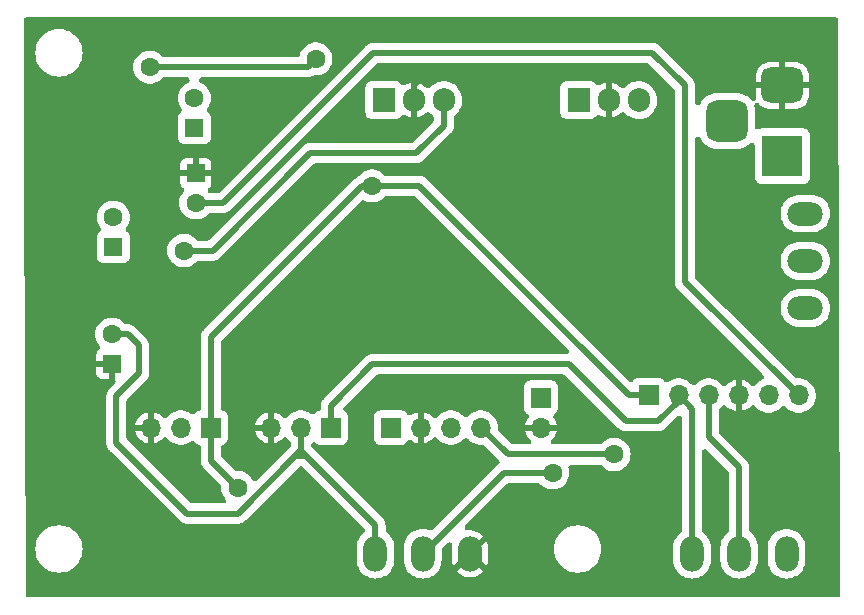
<source format=gbr>
%TF.GenerationSoftware,KiCad,Pcbnew,7.0.10*%
%TF.CreationDate,2024-04-03T15:56:11+05:30*%
%TF.ProjectId,power converter,706f7765-7220-4636-9f6e-766572746572,rev?*%
%TF.SameCoordinates,Original*%
%TF.FileFunction,Copper,L2,Bot*%
%TF.FilePolarity,Positive*%
%FSLAX46Y46*%
G04 Gerber Fmt 4.6, Leading zero omitted, Abs format (unit mm)*
G04 Created by KiCad (PCBNEW 7.0.10) date 2024-04-03 15:56:11*
%MOMM*%
%LPD*%
G01*
G04 APERTURE LIST*
G04 Aperture macros list*
%AMRoundRect*
0 Rectangle with rounded corners*
0 $1 Rounding radius*
0 $2 $3 $4 $5 $6 $7 $8 $9 X,Y pos of 4 corners*
0 Add a 4 corners polygon primitive as box body*
4,1,4,$2,$3,$4,$5,$6,$7,$8,$9,$2,$3,0*
0 Add four circle primitives for the rounded corners*
1,1,$1+$1,$2,$3*
1,1,$1+$1,$4,$5*
1,1,$1+$1,$6,$7*
1,1,$1+$1,$8,$9*
0 Add four rect primitives between the rounded corners*
20,1,$1+$1,$2,$3,$4,$5,0*
20,1,$1+$1,$4,$5,$6,$7,0*
20,1,$1+$1,$6,$7,$8,$9,0*
20,1,$1+$1,$8,$9,$2,$3,0*%
G04 Aperture macros list end*
%TA.AperFunction,ComponentPad*%
%ADD10R,1.700000X1.700000*%
%TD*%
%TA.AperFunction,ComponentPad*%
%ADD11O,1.700000X1.700000*%
%TD*%
%TA.AperFunction,ComponentPad*%
%ADD12R,1.600000X1.600000*%
%TD*%
%TA.AperFunction,ComponentPad*%
%ADD13C,1.600000*%
%TD*%
%TA.AperFunction,ComponentPad*%
%ADD14R,1.905000X2.000000*%
%TD*%
%TA.AperFunction,ComponentPad*%
%ADD15O,1.905000X2.000000*%
%TD*%
%TA.AperFunction,ComponentPad*%
%ADD16O,2.000000X3.000000*%
%TD*%
%TA.AperFunction,ComponentPad*%
%ADD17O,3.000000X2.000000*%
%TD*%
%TA.AperFunction,ComponentPad*%
%ADD18R,3.500000X3.500000*%
%TD*%
%TA.AperFunction,ComponentPad*%
%ADD19RoundRect,0.750000X-1.000000X0.750000X-1.000000X-0.750000X1.000000X-0.750000X1.000000X0.750000X0*%
%TD*%
%TA.AperFunction,ComponentPad*%
%ADD20RoundRect,0.875000X-0.875000X0.875000X-0.875000X-0.875000X0.875000X-0.875000X0.875000X0.875000X0*%
%TD*%
%TA.AperFunction,ViaPad*%
%ADD21C,1.600000*%
%TD*%
%TA.AperFunction,Conductor*%
%ADD22C,0.500000*%
%TD*%
G04 APERTURE END LIST*
D10*
%TO.P,J4,1,Pin_1*%
%TO.N,/15 V*%
X170050000Y-95930000D03*
D11*
%TO.P,J4,2,Pin_2*%
%TO.N,GND*%
X170050000Y-98470000D03*
%TD*%
D12*
%TO.P,C3,1*%
%TO.N,Net-(U5-CAP+)*%
X140713000Y-73070000D03*
D13*
%TO.P,C3,2*%
%TO.N,Net-(U5-CAP-)*%
X140713000Y-70570000D03*
%TD*%
D14*
%TO.P,U6,1,IN*%
%TO.N,/15 V*%
X173250000Y-70750000D03*
D15*
%TO.P,U6,2,GND*%
%TO.N,GND*%
X175790000Y-70750000D03*
%TO.P,U6,3,OUT*%
%TO.N,/9 V*%
X178330000Y-70750000D03*
%TD*%
D10*
%TO.P,J3,1,Pin_1*%
%TO.N,/15 V*%
X142110000Y-98470000D03*
D11*
%TO.P,J3,2,Pin_2*%
%TO.N,/-15 V*%
X139570000Y-98470000D03*
%TO.P,J3,3,Pin_3*%
%TO.N,GND*%
X137030000Y-98470000D03*
%TD*%
D16*
%TO.P,SW1,1,A*%
%TO.N,/9 V*%
X190850000Y-109150000D03*
%TO.P,SW1,2,B*%
%TO.N,Net-(J5-Pin_3)*%
X186850000Y-109150000D03*
%TO.P,SW1,3,C*%
%TO.N,/5 V*%
X182850000Y-109150000D03*
%TD*%
D12*
%TO.P,C2,1*%
%TO.N,Net-(U4-CAP+)*%
X133855000Y-83165113D03*
D13*
%TO.P,C2,2*%
%TO.N,Net-(U4-CAP-)*%
X133855000Y-80665113D03*
%TD*%
D10*
%TO.P,J6,1,Pin_1*%
%TO.N,/1.8 V*%
X157350000Y-98470000D03*
D11*
%TO.P,J6,2,Pin_2*%
%TO.N,GND*%
X159890000Y-98470000D03*
%TO.P,J6,3,Pin_3*%
%TO.N,/3.3 V*%
X162430000Y-98470000D03*
%TO.P,J6,4,Pin_4*%
%TO.N,/9 V*%
X164970000Y-98470000D03*
%TD*%
D10*
%TO.P,J2,1,Pin_1*%
%TO.N,/5 V*%
X152270000Y-98470000D03*
D11*
%TO.P,J2,2,Pin_2*%
%TO.N,/-5 V*%
X149730000Y-98470000D03*
%TO.P,J2,3,Pin_3*%
%TO.N,GND*%
X147190000Y-98470000D03*
%TD*%
D17*
%TO.P,SW2,1,A*%
%TO.N,/15 V*%
X192450000Y-88350000D03*
%TO.P,SW2,2,B*%
%TO.N,Net-(SW2-B)*%
X192450000Y-84350000D03*
%TO.P,SW2,3,C*%
%TO.N,unconnected-(SW2-C-Pad3)*%
X192450000Y-80350000D03*
%TD*%
D10*
%TO.P,J5,1,Pin_1*%
%TO.N,/15 V*%
X179170000Y-95750000D03*
D11*
%TO.P,J5,2,Pin_2*%
%TO.N,/5 V*%
X181710000Y-95750000D03*
%TO.P,J5,3,Pin_3*%
%TO.N,Net-(J5-Pin_3)*%
X184250000Y-95750000D03*
%TO.P,J5,4,Pin_4*%
%TO.N,GND*%
X186790000Y-95750000D03*
%TO.P,J5,5,Pin_5*%
%TO.N,Net-(J5-Pin_5)*%
X189330000Y-95750000D03*
%TO.P,J5,6,Pin_6*%
%TO.N,/-15 V*%
X191870000Y-95750000D03*
%TD*%
D12*
%TO.P,C4,1*%
%TO.N,GND*%
X140840000Y-76944888D03*
D13*
%TO.P,C4,2*%
%TO.N,/-15 V*%
X140840000Y-79444888D03*
%TD*%
D18*
%TO.P,J1,1*%
%TO.N,Net-(SW2-B)*%
X190500000Y-75500000D03*
D19*
%TO.P,J1,2*%
%TO.N,GND*%
X190500000Y-69500000D03*
D20*
%TO.P,J1,3*%
%TO.N,N/C*%
X185800000Y-72500000D03*
%TD*%
D14*
%TO.P,U1,1,VI*%
%TO.N,/15 V*%
X156750000Y-70750000D03*
D15*
%TO.P,U1,2,GND*%
%TO.N,GND*%
X159290000Y-70750000D03*
%TO.P,U1,3,VO*%
%TO.N,/5 V*%
X161830000Y-70750000D03*
%TD*%
D12*
%TO.P,C1,1*%
%TO.N,GND*%
X133728000Y-93071113D03*
D13*
%TO.P,C1,2*%
%TO.N,/-5 V*%
X133728000Y-90571113D03*
%TD*%
D16*
%TO.P,SW3,1,A*%
%TO.N,GND*%
X164050000Y-109150000D03*
%TO.P,SW3,2,B*%
%TO.N,Net-(J5-Pin_5)*%
X160050000Y-109150000D03*
%TO.P,SW3,3,C*%
%TO.N,/-5 V*%
X156050000Y-109150000D03*
%TD*%
D21*
%TO.N,GND*%
X179250000Y-104750000D03*
X176750000Y-87350000D03*
X139697000Y-95041000D03*
X133250000Y-75750000D03*
X157604000Y-94660000D03*
X148250000Y-109750000D03*
X149603000Y-94787000D03*
X140250000Y-65750000D03*
X129250000Y-70750000D03*
X162250000Y-76500000D03*
X159250000Y-105750000D03*
X168250000Y-106750000D03*
X147250000Y-65350000D03*
X161668000Y-101264000D03*
X134250000Y-105750000D03*
X136522000Y-75737000D03*
X185250000Y-92750000D03*
X170500000Y-75250000D03*
X150250000Y-78750000D03*
X173250000Y-82500000D03*
X191250000Y-101750000D03*
X184250000Y-81950000D03*
X154250000Y-100750000D03*
X165750000Y-70500000D03*
X129250000Y-100750000D03*
%TO.N,/15 V*%
X144396000Y-103550000D03*
X155750000Y-78000000D03*
%TO.N,/5 V*%
X151000000Y-67250000D03*
X139824000Y-83484000D03*
X136943000Y-67950000D03*
%TO.N,/9 V*%
X176250000Y-100750000D03*
%TO.N,Net-(J5-Pin_5)*%
X171050000Y-102300000D03*
%TD*%
D22*
%TO.N,GND*%
X159290000Y-69460000D02*
X160500000Y-68250000D01*
X165750000Y-69250000D02*
X165750000Y-70500000D01*
X159290000Y-70750000D02*
X159290000Y-69460000D01*
X164750000Y-68250000D02*
X165750000Y-69250000D01*
X160500000Y-68250000D02*
X164750000Y-68250000D01*
%TO.N,/-5 V*%
X136014000Y-91485000D02*
X136014000Y-93885113D01*
X149339016Y-100839016D02*
X149319016Y-100819016D01*
X156050000Y-106728032D02*
X156050000Y-109150000D01*
X134109000Y-99740000D02*
X140119000Y-105750000D01*
X150160984Y-100839016D02*
X156050000Y-106728032D01*
X149730000Y-100180000D02*
X149730000Y-98470000D01*
X140119000Y-105750000D02*
X144388032Y-105750000D01*
X149730000Y-100408032D02*
X149730000Y-98470000D01*
X150160984Y-100839016D02*
X149339016Y-100839016D01*
X135100113Y-90571113D02*
X136014000Y-91485000D01*
X150160984Y-100839016D02*
X149730000Y-100408032D01*
X144388032Y-105750000D02*
X149319016Y-100819016D01*
X134109000Y-95790113D02*
X134109000Y-99740000D01*
X133728000Y-90571113D02*
X135100113Y-90571113D01*
X149319016Y-100819016D02*
X149730000Y-100408032D01*
X136014000Y-93885113D02*
X134109000Y-95790113D01*
%TO.N,/15 V*%
X155750000Y-78000000D02*
X154900000Y-78000000D01*
X179170000Y-95750000D02*
X177490000Y-95750000D01*
X142110000Y-98470000D02*
X142110000Y-101264000D01*
X142110000Y-101264000D02*
X144396000Y-103550000D01*
X142110000Y-90790000D02*
X142110000Y-98470000D01*
X159740000Y-78000000D02*
X155750000Y-78000000D01*
X177490000Y-95750000D02*
X159740000Y-78000000D01*
X154900000Y-78000000D02*
X142110000Y-90790000D01*
%TO.N,/-15 V*%
X143155112Y-79444888D02*
X140840000Y-79444888D01*
X179500000Y-66750000D02*
X155850000Y-66750000D01*
X191870000Y-95750000D02*
X191870000Y-95690786D01*
X182250000Y-86130000D02*
X182250000Y-69500000D01*
X191870000Y-95750000D02*
X182250000Y-86130000D01*
X155850000Y-66750000D02*
X143155112Y-79444888D01*
X182250000Y-69500000D02*
X179500000Y-66750000D01*
%TO.N,/5 V*%
X182850000Y-96890000D02*
X181710000Y-95750000D01*
X152270000Y-96630000D02*
X152270000Y-98470000D01*
X151000000Y-67250000D02*
X150300000Y-67950000D01*
X142266000Y-83484000D02*
X150500000Y-75250000D01*
X172410000Y-93110000D02*
X155790000Y-93110000D01*
X181710000Y-96190000D02*
X179950000Y-97950000D01*
X139824000Y-83484000D02*
X142266000Y-83484000D01*
X179950000Y-97950000D02*
X177250000Y-97950000D01*
X155790000Y-93110000D02*
X152270000Y-96630000D01*
X177250000Y-97950000D02*
X172410000Y-93110000D01*
X150500000Y-75250000D02*
X159500000Y-75250000D01*
X159500000Y-75250000D02*
X161830000Y-72920000D01*
X161830000Y-72920000D02*
X161830000Y-70750000D01*
X150300000Y-67950000D02*
X136943000Y-67950000D01*
X182850000Y-109150000D02*
X182850000Y-96890000D01*
X181710000Y-95750000D02*
X181710000Y-96190000D01*
%TO.N,/9 V*%
X164910000Y-98410000D02*
X164970000Y-98470000D01*
X167250000Y-100750000D02*
X164970000Y-98470000D01*
X176250000Y-100750000D02*
X167250000Y-100750000D01*
%TO.N,Net-(J5-Pin_3)*%
X186850000Y-109150000D02*
X186850000Y-101850000D01*
X186850000Y-101850000D02*
X184250000Y-99250000D01*
X184250000Y-99250000D02*
X184250000Y-95750000D01*
%TO.N,Net-(J5-Pin_5)*%
X166900000Y-102300000D02*
X171050000Y-102300000D01*
X160050000Y-109150000D02*
X166900000Y-102300000D01*
%TD*%
%TA.AperFunction,Conductor*%
%TO.N,GND*%
G36*
X159379859Y-78869454D02*
G01*
X159460641Y-78923430D01*
X167943558Y-87406347D01*
X172371642Y-91834430D01*
X172425618Y-91915212D01*
X172444572Y-92010500D01*
X172425618Y-92105788D01*
X172371642Y-92186570D01*
X172290860Y-92240546D01*
X172195572Y-92259500D01*
X155834690Y-92259500D01*
X155814484Y-92258679D01*
X155766834Y-92254799D01*
X155766828Y-92254799D01*
X155689927Y-92265276D01*
X155683238Y-92266095D01*
X155606090Y-92274485D01*
X155594800Y-92276970D01*
X155583534Y-92279772D01*
X155510675Y-92306538D01*
X155504324Y-92308774D01*
X155430778Y-92333556D01*
X155420223Y-92338439D01*
X155409881Y-92343568D01*
X155344457Y-92385386D01*
X155338729Y-92388939D01*
X155272263Y-92428929D01*
X155263024Y-92435953D01*
X155254013Y-92443197D01*
X155199132Y-92498077D01*
X155194305Y-92502775D01*
X155137962Y-92556146D01*
X155129224Y-92566435D01*
X155128498Y-92565818D01*
X155114696Y-92582513D01*
X151700190Y-95997019D01*
X151685322Y-96010725D01*
X151648900Y-96041662D01*
X151601954Y-96103417D01*
X151597807Y-96108721D01*
X151549163Y-96169238D01*
X151542936Y-96178980D01*
X151536943Y-96188941D01*
X151504353Y-96259381D01*
X151501444Y-96265451D01*
X151466961Y-96334984D01*
X151462960Y-96345872D01*
X151459268Y-96356830D01*
X151442587Y-96432613D01*
X151441049Y-96439175D01*
X151422315Y-96514506D01*
X151420758Y-96525926D01*
X151419500Y-96537506D01*
X151419500Y-96615086D01*
X151419409Y-96621826D01*
X151417307Y-96699436D01*
X151418403Y-96712895D01*
X151417449Y-96712972D01*
X151419500Y-96734537D01*
X151419500Y-96803853D01*
X151400546Y-96899141D01*
X151346570Y-96979923D01*
X151265790Y-97033898D01*
X151117159Y-97095464D01*
X151117155Y-97095466D01*
X150991723Y-97191713D01*
X150991716Y-97191720D01*
X150941499Y-97257165D01*
X150868454Y-97321223D01*
X150776455Y-97352453D01*
X150679508Y-97346098D01*
X150592372Y-97303128D01*
X150591014Y-97302078D01*
X150526072Y-97251531D01*
X150526068Y-97251528D01*
X150526067Y-97251528D01*
X150398077Y-97182263D01*
X150314655Y-97137117D01*
X150087297Y-97059066D01*
X150087294Y-97059065D01*
X149850192Y-97019500D01*
X149609808Y-97019500D01*
X149372705Y-97059065D01*
X149372702Y-97059066D01*
X149145344Y-97137117D01*
X148933931Y-97251529D01*
X148855907Y-97312258D01*
X148744236Y-97399175D01*
X148744234Y-97399176D01*
X148744234Y-97399177D01*
X148744228Y-97399182D01*
X148576866Y-97580987D01*
X148498384Y-97638256D01*
X148403961Y-97661131D01*
X148307971Y-97646131D01*
X148225028Y-97595539D01*
X148217601Y-97588414D01*
X148061076Y-97431889D01*
X147867576Y-97296399D01*
X147653484Y-97196566D01*
X147440001Y-97139363D01*
X147440000Y-97139364D01*
X147440000Y-98034498D01*
X147332315Y-97985320D01*
X147225763Y-97970000D01*
X147154237Y-97970000D01*
X147047685Y-97985320D01*
X146940000Y-98034498D01*
X146940000Y-97139364D01*
X146939998Y-97139363D01*
X146726516Y-97196566D01*
X146726505Y-97196570D01*
X146512428Y-97296396D01*
X146512420Y-97296400D01*
X146318923Y-97431889D01*
X146151889Y-97598923D01*
X146016400Y-97792420D01*
X146016396Y-97792428D01*
X145916570Y-98006505D01*
X145916566Y-98006516D01*
X145859363Y-98219998D01*
X145859364Y-98220000D01*
X146756314Y-98220000D01*
X146730507Y-98260156D01*
X146690000Y-98398111D01*
X146690000Y-98541889D01*
X146730507Y-98679844D01*
X146756314Y-98720000D01*
X145859364Y-98720000D01*
X145859363Y-98720001D01*
X145916566Y-98933483D01*
X145916566Y-98933485D01*
X146016399Y-99147576D01*
X146151889Y-99341076D01*
X146318923Y-99508110D01*
X146512423Y-99643600D01*
X146726511Y-99743431D01*
X146940000Y-99800635D01*
X146940000Y-98905501D01*
X147047685Y-98954680D01*
X147154237Y-98970000D01*
X147225763Y-98970000D01*
X147332315Y-98954680D01*
X147440000Y-98905501D01*
X147440000Y-99800635D01*
X147653488Y-99743431D01*
X147867576Y-99643600D01*
X148061079Y-99508107D01*
X148217601Y-99351586D01*
X148298382Y-99297609D01*
X148393670Y-99278655D01*
X148488958Y-99297609D01*
X148569740Y-99351585D01*
X148576867Y-99359012D01*
X148581426Y-99363964D01*
X148581429Y-99363969D01*
X148744236Y-99540825D01*
X148783440Y-99571339D01*
X148846992Y-99644820D01*
X148877588Y-99737032D01*
X148879500Y-99767833D01*
X148879500Y-99952603D01*
X148860546Y-100047891D01*
X148806570Y-100128673D01*
X148806566Y-100128676D01*
X148780919Y-100154322D01*
X148750129Y-100180476D01*
X148747721Y-100182205D01*
X148747711Y-100182214D01*
X148705832Y-100228893D01*
X148696576Y-100238665D01*
X148689911Y-100245331D01*
X148689881Y-100245359D01*
X148689882Y-100245360D01*
X146015564Y-102919677D01*
X145934782Y-102973653D01*
X145839494Y-102992607D01*
X145744206Y-102973653D01*
X145663424Y-102919677D01*
X145631039Y-102879797D01*
X145550354Y-102756300D01*
X145504979Y-102686847D01*
X145504977Y-102686845D01*
X145504976Y-102686843D01*
X145347785Y-102516088D01*
X145347779Y-102516083D01*
X145164628Y-102373531D01*
X144960512Y-102263068D01*
X144960507Y-102263066D01*
X144960503Y-102263064D01*
X144740981Y-102187702D01*
X144740978Y-102187701D01*
X144740974Y-102187700D01*
X144512049Y-102149500D01*
X144301428Y-102149500D01*
X144206140Y-102130546D01*
X144125358Y-102076570D01*
X143582356Y-101533568D01*
X143033430Y-100984641D01*
X142979454Y-100903859D01*
X142960500Y-100808571D01*
X142960500Y-100136146D01*
X142979454Y-100040858D01*
X143033430Y-99960076D01*
X143114211Y-99906100D01*
X143116759Y-99905044D01*
X143116762Y-99905044D01*
X143262841Y-99844536D01*
X143388282Y-99748282D01*
X143484536Y-99622841D01*
X143545044Y-99476762D01*
X143560500Y-99359361D01*
X143560499Y-97580640D01*
X143545044Y-97463238D01*
X143484536Y-97317159D01*
X143484065Y-97316545D01*
X143388286Y-97191723D01*
X143388285Y-97191722D01*
X143388282Y-97191718D01*
X143388277Y-97191714D01*
X143388276Y-97191713D01*
X143262844Y-97095466D01*
X143262842Y-97095465D01*
X143262841Y-97095464D01*
X143216879Y-97076426D01*
X143114210Y-97033898D01*
X143033429Y-96979921D01*
X142979453Y-96899140D01*
X142960500Y-96803853D01*
X142960500Y-91245428D01*
X142979454Y-91150140D01*
X143033427Y-91069360D01*
X154814364Y-79288423D01*
X154895143Y-79234450D01*
X154990431Y-79215496D01*
X155085719Y-79234450D01*
X155108942Y-79245507D01*
X155185489Y-79286932D01*
X155185490Y-79286932D01*
X155185497Y-79286936D01*
X155405019Y-79362298D01*
X155633951Y-79400500D01*
X155866049Y-79400500D01*
X156094981Y-79362298D01*
X156314503Y-79286936D01*
X156518626Y-79176470D01*
X156701784Y-79033913D01*
X156754823Y-78976296D01*
X156796654Y-78930857D01*
X156875136Y-78873588D01*
X156969559Y-78850713D01*
X156979849Y-78850500D01*
X159284571Y-78850500D01*
X159379859Y-78869454D01*
G37*
%TD.AperFunction*%
%TA.AperFunction,Conductor*%
G36*
X195097103Y-63768954D02*
G01*
X195177885Y-63822930D01*
X195231861Y-63903712D01*
X195250813Y-63998182D01*
X195410181Y-112600184D01*
X195391539Y-112695533D01*
X195337828Y-112776491D01*
X195257224Y-112830732D01*
X195161998Y-112849999D01*
X195161182Y-112850000D01*
X126697988Y-112850000D01*
X126602700Y-112831046D01*
X126521918Y-112777070D01*
X126467942Y-112696288D01*
X126448990Y-112602014D01*
X126433300Y-108750000D01*
X127244390Y-108750000D01*
X127264804Y-109035428D01*
X127323800Y-109306631D01*
X127325631Y-109315045D01*
X127425631Y-109583158D01*
X127425633Y-109583161D01*
X127562774Y-109834315D01*
X127734261Y-110063395D01*
X127936605Y-110265739D01*
X128165685Y-110437226D01*
X128416839Y-110574367D01*
X128416841Y-110574368D01*
X128458703Y-110589981D01*
X128684954Y-110674369D01*
X128964572Y-110735196D01*
X129178552Y-110750500D01*
X129178557Y-110750500D01*
X129321443Y-110750500D01*
X129321448Y-110750500D01*
X129535428Y-110735196D01*
X129815046Y-110674369D01*
X130083161Y-110574367D01*
X130334315Y-110437226D01*
X130563395Y-110265739D01*
X130765739Y-110063395D01*
X130937226Y-109834315D01*
X131074367Y-109583161D01*
X131174369Y-109315046D01*
X131235196Y-109035428D01*
X131255610Y-108750000D01*
X131235196Y-108464572D01*
X131174369Y-108184954D01*
X131075972Y-107921141D01*
X131074368Y-107916841D01*
X130937224Y-107665682D01*
X130845111Y-107542634D01*
X130765739Y-107436605D01*
X130563395Y-107234261D01*
X130357755Y-107080321D01*
X130334317Y-107062775D01*
X130083158Y-106925631D01*
X129937970Y-106871479D01*
X129815046Y-106825631D01*
X129815047Y-106825631D01*
X129535429Y-106764804D01*
X129321448Y-106749500D01*
X129178552Y-106749500D01*
X129178551Y-106749500D01*
X128964570Y-106764804D01*
X128684954Y-106825631D01*
X128416841Y-106925631D01*
X128165682Y-107062775D01*
X128023670Y-107169085D01*
X127936605Y-107234261D01*
X127936604Y-107234262D01*
X127734262Y-107436604D01*
X127734260Y-107436607D01*
X127562775Y-107665682D01*
X127425631Y-107916841D01*
X127325631Y-108184954D01*
X127265079Y-108463310D01*
X127264804Y-108464572D01*
X127244390Y-108750000D01*
X126433300Y-108750000D01*
X126396633Y-99748286D01*
X126359251Y-90571113D01*
X132322700Y-90571113D01*
X132341866Y-90802421D01*
X132341868Y-90802428D01*
X132383611Y-90967264D01*
X132398843Y-91027413D01*
X132417242Y-91069358D01*
X132492074Y-91239959D01*
X132619018Y-91434263D01*
X132674078Y-91494074D01*
X132724669Y-91577017D01*
X132739669Y-91673007D01*
X132716793Y-91767431D01*
X132659525Y-91845913D01*
X132640105Y-91862050D01*
X132570813Y-91913922D01*
X132570810Y-91913925D01*
X132484646Y-92029025D01*
X132434403Y-92163734D01*
X132434401Y-92163741D01*
X132428000Y-92223280D01*
X132428000Y-92821112D01*
X132428001Y-92821113D01*
X133412314Y-92821113D01*
X133400359Y-92833068D01*
X133342835Y-92945965D01*
X133323014Y-93071113D01*
X133342835Y-93196261D01*
X133400359Y-93309158D01*
X133412314Y-93321113D01*
X132428001Y-93321113D01*
X132428000Y-93321114D01*
X132428000Y-93918945D01*
X132434401Y-93978484D01*
X132434403Y-93978491D01*
X132484646Y-94113200D01*
X132570810Y-94228300D01*
X132570812Y-94228302D01*
X132685912Y-94314466D01*
X132820621Y-94364709D01*
X132820628Y-94364711D01*
X132880167Y-94371112D01*
X132880175Y-94371113D01*
X133477999Y-94371113D01*
X133478000Y-94371112D01*
X133478000Y-93386799D01*
X133489955Y-93398754D01*
X133602852Y-93456278D01*
X133696519Y-93471113D01*
X133759481Y-93471113D01*
X133853148Y-93456278D01*
X133966045Y-93398754D01*
X133978000Y-93386799D01*
X133978000Y-94372336D01*
X134029511Y-94449429D01*
X134048465Y-94544717D01*
X134029511Y-94640005D01*
X133975535Y-94720787D01*
X133539190Y-95157132D01*
X133524322Y-95170838D01*
X133487900Y-95201775D01*
X133440954Y-95263530D01*
X133436807Y-95268834D01*
X133388163Y-95329351D01*
X133381936Y-95339093D01*
X133375943Y-95349054D01*
X133343353Y-95419494D01*
X133340444Y-95425564D01*
X133305961Y-95495097D01*
X133301960Y-95505985D01*
X133298268Y-95516943D01*
X133281587Y-95592726D01*
X133280049Y-95599288D01*
X133261315Y-95674619D01*
X133259758Y-95686039D01*
X133258500Y-95697619D01*
X133258500Y-95775199D01*
X133258409Y-95781939D01*
X133256307Y-95859549D01*
X133257403Y-95873008D01*
X133256449Y-95873085D01*
X133258500Y-95894650D01*
X133258500Y-99695309D01*
X133257679Y-99715515D01*
X133253799Y-99763165D01*
X133253799Y-99763172D01*
X133264276Y-99840075D01*
X133265095Y-99846764D01*
X133273484Y-99923904D01*
X133275969Y-99935192D01*
X133278775Y-99946475D01*
X133305536Y-100019320D01*
X133307773Y-100025673D01*
X133332557Y-100099227D01*
X133337417Y-100109732D01*
X133342567Y-100120114D01*
X133342568Y-100120116D01*
X133382254Y-100182205D01*
X133384364Y-100185505D01*
X133387906Y-100191216D01*
X133420466Y-100245331D01*
X133427931Y-100257737D01*
X133434935Y-100266951D01*
X133442197Y-100275986D01*
X133497092Y-100330881D01*
X133501794Y-100335713D01*
X133555150Y-100392040D01*
X133565441Y-100400781D01*
X133564821Y-100401510D01*
X133581520Y-100415309D01*
X139486010Y-106319798D01*
X139499708Y-106334657D01*
X139519774Y-106358280D01*
X139530664Y-106371101D01*
X139592458Y-106418076D01*
X139597769Y-106422228D01*
X139608767Y-106431068D01*
X139658247Y-106470842D01*
X139658253Y-106470845D01*
X139668006Y-106477079D01*
X139677933Y-106483052D01*
X139677936Y-106483054D01*
X139748407Y-106515657D01*
X139754419Y-106518538D01*
X139823979Y-106553037D01*
X139823983Y-106553038D01*
X139834867Y-106557036D01*
X139845822Y-106560727D01*
X139845833Y-106560732D01*
X139921655Y-106577421D01*
X139928142Y-106578941D01*
X140003506Y-106597684D01*
X140003507Y-106597684D01*
X140014969Y-106599245D01*
X140026501Y-106600499D01*
X140026503Y-106600500D01*
X140104088Y-106600500D01*
X140110829Y-106600591D01*
X140112065Y-106600624D01*
X140188433Y-106602693D01*
X140188441Y-106602691D01*
X140201891Y-106601597D01*
X140201968Y-106602550D01*
X140223535Y-106600500D01*
X144343342Y-106600500D01*
X144363548Y-106601321D01*
X144369237Y-106601784D01*
X144411199Y-106605201D01*
X144488130Y-106594718D01*
X144494717Y-106593911D01*
X144571942Y-106585514D01*
X144571943Y-106585513D01*
X144583249Y-106583024D01*
X144594493Y-106580227D01*
X144594500Y-106580227D01*
X144648479Y-106560395D01*
X144667353Y-106553462D01*
X144673713Y-106551223D01*
X144705437Y-106540533D01*
X144747253Y-106526444D01*
X144747262Y-106526438D01*
X144757786Y-106521570D01*
X144768136Y-106516436D01*
X144768148Y-106516432D01*
X144833602Y-106474593D01*
X144839241Y-106471096D01*
X144905768Y-106431070D01*
X144905778Y-106431059D01*
X144915013Y-106424041D01*
X144924018Y-106416802D01*
X144924018Y-106416801D01*
X144924021Y-106416800D01*
X144978927Y-106361892D01*
X144983685Y-106357261D01*
X145040073Y-106303849D01*
X145040074Y-106303848D01*
X145048813Y-106293559D01*
X145049546Y-106294182D01*
X145063340Y-106277479D01*
X149553934Y-101786886D01*
X149634711Y-101732914D01*
X149729999Y-101713960D01*
X149825287Y-101732914D01*
X149906069Y-101786890D01*
X155112194Y-106993015D01*
X155166170Y-107073797D01*
X155185124Y-107169085D01*
X155166170Y-107264373D01*
X155112194Y-107345155D01*
X155097838Y-107358425D01*
X154914780Y-107514772D01*
X154914773Y-107514779D01*
X154751160Y-107706345D01*
X154751158Y-107706347D01*
X154619537Y-107921135D01*
X154619533Y-107921141D01*
X154523129Y-108153883D01*
X154523126Y-108153891D01*
X154464316Y-108398854D01*
X154449500Y-108587106D01*
X154449500Y-109712893D01*
X154464316Y-109901145D01*
X154523126Y-110146108D01*
X154523129Y-110146116D01*
X154619533Y-110378858D01*
X154619537Y-110378864D01*
X154751158Y-110593652D01*
X154751160Y-110593654D01*
X154751163Y-110593657D01*
X154751164Y-110593659D01*
X154914776Y-110785224D01*
X155106341Y-110948836D01*
X155106345Y-110948839D01*
X155106347Y-110948841D01*
X155236125Y-111028368D01*
X155321141Y-111080466D01*
X155553889Y-111176873D01*
X155798852Y-111235683D01*
X155870608Y-111241330D01*
X156049995Y-111255449D01*
X156050000Y-111255449D01*
X156050005Y-111255449D01*
X156206967Y-111243095D01*
X156301148Y-111235683D01*
X156546111Y-111176873D01*
X156778859Y-111080466D01*
X156900974Y-111005633D01*
X156993652Y-110948841D01*
X156993654Y-110948839D01*
X156993653Y-110948839D01*
X156993659Y-110948836D01*
X157185224Y-110785224D01*
X157348836Y-110593659D01*
X157348839Y-110593653D01*
X157348841Y-110593652D01*
X157405633Y-110500974D01*
X157480466Y-110378859D01*
X157576873Y-110146111D01*
X157635683Y-109901148D01*
X157650500Y-109712882D01*
X157650500Y-108587118D01*
X157635683Y-108398852D01*
X157576873Y-108153889D01*
X157480466Y-107921141D01*
X157454624Y-107878971D01*
X157348841Y-107706347D01*
X157348839Y-107706345D01*
X157314112Y-107665685D01*
X157185224Y-107514776D01*
X156993659Y-107351164D01*
X156993658Y-107351163D01*
X156987787Y-107346149D01*
X156927639Y-107269851D01*
X156901268Y-107176344D01*
X156900500Y-107156808D01*
X156900500Y-106772722D01*
X156901321Y-106752516D01*
X156902733Y-106735174D01*
X156905201Y-106704865D01*
X156894725Y-106627978D01*
X156893908Y-106621312D01*
X156891373Y-106597999D01*
X156885514Y-106544122D01*
X156885513Y-106544119D01*
X156883027Y-106532825D01*
X156880227Y-106521568D01*
X156880227Y-106521564D01*
X156853455Y-106448694D01*
X156851218Y-106442338D01*
X156847421Y-106431070D01*
X156826444Y-106368811D01*
X156826440Y-106368804D01*
X156821571Y-106358280D01*
X156816433Y-106347920D01*
X156816432Y-106347916D01*
X156788264Y-106303849D01*
X156774645Y-106282542D01*
X156771088Y-106276808D01*
X156731066Y-106210290D01*
X156724116Y-106201147D01*
X156716802Y-106192048D01*
X156716799Y-106192043D01*
X156716794Y-106192038D01*
X156661942Y-106137185D01*
X156657242Y-106132356D01*
X156603853Y-106075995D01*
X156603851Y-106075994D01*
X156603849Y-106075991D01*
X156603845Y-106075988D01*
X156593564Y-106067256D01*
X156594182Y-106066528D01*
X156577479Y-106052723D01*
X153687911Y-103163155D01*
X150793972Y-100269215D01*
X150780264Y-100254345D01*
X150749320Y-100217915D01*
X150735040Y-100207060D01*
X150709656Y-100184900D01*
X150653429Y-100128672D01*
X150599453Y-100047890D01*
X150580500Y-99952604D01*
X150580500Y-99937665D01*
X150599454Y-99842377D01*
X150653430Y-99761595D01*
X150734212Y-99707619D01*
X150829500Y-99688665D01*
X150924788Y-99707619D01*
X150981082Y-99740120D01*
X150991716Y-99748280D01*
X150991718Y-99748282D01*
X151117159Y-99844536D01*
X151263238Y-99905044D01*
X151380639Y-99920500D01*
X153159360Y-99920499D01*
X153276762Y-99905044D01*
X153422841Y-99844536D01*
X153548282Y-99748282D01*
X153644536Y-99622841D01*
X153705044Y-99476762D01*
X153720500Y-99359361D01*
X153720500Y-99359360D01*
X155899500Y-99359360D01*
X155899501Y-99359362D01*
X155914955Y-99476761D01*
X155940537Y-99538521D01*
X155975464Y-99622841D01*
X155975465Y-99622843D01*
X155975466Y-99622844D01*
X156067995Y-99743431D01*
X156071718Y-99748282D01*
X156071722Y-99748285D01*
X156071723Y-99748286D01*
X156091123Y-99763172D01*
X156197159Y-99844536D01*
X156343238Y-99905044D01*
X156460639Y-99920500D01*
X158239360Y-99920499D01*
X158356762Y-99905044D01*
X158502841Y-99844536D01*
X158628282Y-99748282D01*
X158724536Y-99622841D01*
X158724535Y-99622841D01*
X158734471Y-99609894D01*
X158736545Y-99611485D01*
X158784618Y-99556655D01*
X158871748Y-99513672D01*
X158968694Y-99507305D01*
X159060697Y-99538521D01*
X159079048Y-99550210D01*
X159212423Y-99643600D01*
X159426511Y-99743431D01*
X159640000Y-99800635D01*
X159640000Y-98905501D01*
X159747685Y-98954680D01*
X159854237Y-98970000D01*
X159925763Y-98970000D01*
X160032315Y-98954680D01*
X160140000Y-98905501D01*
X160140000Y-99800635D01*
X160353488Y-99743431D01*
X160567576Y-99643600D01*
X160761079Y-99508107D01*
X160917601Y-99351586D01*
X160998382Y-99297609D01*
X161093670Y-99278655D01*
X161188958Y-99297609D01*
X161269740Y-99351585D01*
X161276867Y-99359012D01*
X161281426Y-99363964D01*
X161281429Y-99363969D01*
X161444236Y-99540825D01*
X161633933Y-99688472D01*
X161845344Y-99802882D01*
X162072703Y-99880934D01*
X162309808Y-99920500D01*
X162550192Y-99920500D01*
X162787297Y-99880934D01*
X163014656Y-99802882D01*
X163226067Y-99688472D01*
X163415764Y-99540825D01*
X163516806Y-99431062D01*
X163595285Y-99373796D01*
X163689709Y-99350920D01*
X163785699Y-99365919D01*
X163868642Y-99416511D01*
X163883184Y-99431053D01*
X163925260Y-99476760D01*
X163984229Y-99540818D01*
X163984231Y-99540819D01*
X163984236Y-99540825D01*
X164173933Y-99688472D01*
X164385344Y-99802882D01*
X164612703Y-99880934D01*
X164849808Y-99920500D01*
X165090183Y-99920500D01*
X165090192Y-99920500D01*
X165090200Y-99920498D01*
X165092921Y-99920273D01*
X165094910Y-99920500D01*
X165100491Y-99920500D01*
X165100491Y-99921136D01*
X165189450Y-99931290D01*
X165274415Y-99978407D01*
X165289563Y-99992351D01*
X166490369Y-101193158D01*
X166544344Y-101273938D01*
X166563298Y-101369226D01*
X166544344Y-101464514D01*
X166490368Y-101545296D01*
X166442672Y-101582583D01*
X166382267Y-101618927D01*
X166373028Y-101625950D01*
X166364012Y-101633198D01*
X166309132Y-101688077D01*
X166304305Y-101692775D01*
X166247962Y-101746146D01*
X166239224Y-101756435D01*
X166238498Y-101755818D01*
X166224696Y-101772513D01*
X160895668Y-107101541D01*
X160814886Y-107155517D01*
X160719598Y-107174471D01*
X160624312Y-107155518D01*
X160576317Y-107135638D01*
X160546111Y-107123127D01*
X160546109Y-107123126D01*
X160546108Y-107123126D01*
X160301145Y-107064316D01*
X160050005Y-107044551D01*
X160049995Y-107044551D01*
X159798854Y-107064316D01*
X159553891Y-107123126D01*
X159553883Y-107123129D01*
X159321141Y-107219533D01*
X159321135Y-107219537D01*
X159106347Y-107351158D01*
X159106345Y-107351160D01*
X158914779Y-107514773D01*
X158914773Y-107514779D01*
X158751160Y-107706345D01*
X158751158Y-107706347D01*
X158619537Y-107921135D01*
X158619533Y-107921141D01*
X158523129Y-108153883D01*
X158523126Y-108153891D01*
X158464316Y-108398854D01*
X158449500Y-108587106D01*
X158449500Y-109712893D01*
X158464316Y-109901145D01*
X158523126Y-110146108D01*
X158523129Y-110146116D01*
X158619533Y-110378858D01*
X158619537Y-110378864D01*
X158751158Y-110593652D01*
X158751160Y-110593654D01*
X158751163Y-110593657D01*
X158751164Y-110593659D01*
X158914776Y-110785224D01*
X159106341Y-110948836D01*
X159106345Y-110948839D01*
X159106347Y-110948841D01*
X159236125Y-111028368D01*
X159321141Y-111080466D01*
X159553889Y-111176873D01*
X159798852Y-111235683D01*
X159870608Y-111241330D01*
X160049995Y-111255449D01*
X160050000Y-111255449D01*
X160050005Y-111255449D01*
X160206967Y-111243095D01*
X160301148Y-111235683D01*
X160546111Y-111176873D01*
X160778859Y-111080466D01*
X160900974Y-111005633D01*
X160993652Y-110948841D01*
X160993654Y-110948839D01*
X160993653Y-110948839D01*
X160993659Y-110948836D01*
X161185224Y-110785224D01*
X161348836Y-110593659D01*
X161348839Y-110593653D01*
X161348841Y-110593652D01*
X161405633Y-110500974D01*
X161480466Y-110378859D01*
X161576873Y-110146111D01*
X161635683Y-109901148D01*
X161650500Y-109712882D01*
X161650500Y-108855428D01*
X161669454Y-108760140D01*
X161723430Y-108679359D01*
X162136108Y-108266680D01*
X162216890Y-108212703D01*
X162312178Y-108193749D01*
X162407466Y-108212703D01*
X162488247Y-108266679D01*
X162542224Y-108347461D01*
X162561178Y-108442749D01*
X162560328Y-108463310D01*
X162550000Y-108587953D01*
X162550000Y-109712041D01*
X162549999Y-109712041D01*
X162565387Y-109897741D01*
X162565389Y-109897748D01*
X162626411Y-110138716D01*
X162651205Y-110195240D01*
X163487226Y-109359219D01*
X163525901Y-109452588D01*
X163622075Y-109577925D01*
X163747412Y-109674099D01*
X163840779Y-109712772D01*
X162918237Y-110635314D01*
X162918236Y-110635315D01*
X163030593Y-110757365D01*
X163226762Y-110910050D01*
X163226769Y-110910055D01*
X163445392Y-111028368D01*
X163680509Y-111109083D01*
X163680512Y-111109084D01*
X163925706Y-111150000D01*
X164174294Y-111150000D01*
X164419487Y-111109084D01*
X164419490Y-111109083D01*
X164654607Y-111028368D01*
X164873230Y-110910055D01*
X164873237Y-110910050D01*
X165069399Y-110757370D01*
X165069411Y-110757360D01*
X165181761Y-110635315D01*
X164259219Y-109712773D01*
X164352588Y-109674099D01*
X164477925Y-109577925D01*
X164574099Y-109452589D01*
X164612773Y-109359220D01*
X165448793Y-110195240D01*
X165448794Y-110195240D01*
X165473587Y-110138720D01*
X165473588Y-110138718D01*
X165534610Y-109897748D01*
X165534612Y-109897741D01*
X165550000Y-109712041D01*
X165550000Y-108750000D01*
X171164390Y-108750000D01*
X171184804Y-109035428D01*
X171243800Y-109306631D01*
X171245631Y-109315045D01*
X171345631Y-109583158D01*
X171345633Y-109583161D01*
X171482774Y-109834315D01*
X171654261Y-110063395D01*
X171856605Y-110265739D01*
X172085685Y-110437226D01*
X172336839Y-110574367D01*
X172336841Y-110574368D01*
X172378703Y-110589981D01*
X172604954Y-110674369D01*
X172884572Y-110735196D01*
X173098552Y-110750500D01*
X173098557Y-110750500D01*
X173241443Y-110750500D01*
X173241448Y-110750500D01*
X173455428Y-110735196D01*
X173735046Y-110674369D01*
X174003161Y-110574367D01*
X174254315Y-110437226D01*
X174483395Y-110265739D01*
X174685739Y-110063395D01*
X174857226Y-109834315D01*
X174994367Y-109583161D01*
X175094369Y-109315046D01*
X175155196Y-109035428D01*
X175175610Y-108750000D01*
X175155196Y-108464572D01*
X175094369Y-108184954D01*
X174995972Y-107921141D01*
X174994368Y-107916841D01*
X174857224Y-107665682D01*
X174765111Y-107542634D01*
X174685739Y-107436605D01*
X174483395Y-107234261D01*
X174277755Y-107080321D01*
X174254317Y-107062775D01*
X174003158Y-106925631D01*
X173857970Y-106871479D01*
X173735046Y-106825631D01*
X173735047Y-106825631D01*
X173455429Y-106764804D01*
X173241448Y-106749500D01*
X173098552Y-106749500D01*
X173098551Y-106749500D01*
X172884570Y-106764804D01*
X172604954Y-106825631D01*
X172336841Y-106925631D01*
X172085682Y-107062775D01*
X171943670Y-107169085D01*
X171856605Y-107234261D01*
X171856604Y-107234262D01*
X171654262Y-107436604D01*
X171654260Y-107436607D01*
X171482775Y-107665682D01*
X171345631Y-107916841D01*
X171245631Y-108184954D01*
X171185079Y-108463310D01*
X171184804Y-108464572D01*
X171164390Y-108750000D01*
X165550000Y-108750000D01*
X165550000Y-108587958D01*
X165534612Y-108402258D01*
X165534610Y-108402251D01*
X165473588Y-108161284D01*
X165448793Y-108104759D01*
X164612772Y-108940779D01*
X164574099Y-108847412D01*
X164477925Y-108722075D01*
X164352588Y-108625901D01*
X164259219Y-108587226D01*
X165181762Y-107664684D01*
X165069406Y-107542634D01*
X164873237Y-107389949D01*
X164873230Y-107389944D01*
X164654607Y-107271631D01*
X164419490Y-107190916D01*
X164419487Y-107190915D01*
X164174294Y-107150000D01*
X163925705Y-107150000D01*
X163884666Y-107156848D01*
X163787558Y-107153836D01*
X163698994Y-107113892D01*
X163632458Y-107043096D01*
X163598079Y-106952227D01*
X163601091Y-106855119D01*
X163641035Y-106766555D01*
X163667607Y-106735180D01*
X167179358Y-103223430D01*
X167260140Y-103169454D01*
X167355428Y-103150500D01*
X169820151Y-103150500D01*
X169915439Y-103169454D01*
X169996221Y-103223430D01*
X170003346Y-103230857D01*
X170098214Y-103333911D01*
X170098216Y-103333913D01*
X170281374Y-103476470D01*
X170284207Y-103478003D01*
X170485487Y-103586931D01*
X170485489Y-103586931D01*
X170485497Y-103586936D01*
X170705019Y-103662298D01*
X170933951Y-103700500D01*
X171166049Y-103700500D01*
X171394981Y-103662298D01*
X171614503Y-103586936D01*
X171818626Y-103476470D01*
X172001784Y-103333913D01*
X172158979Y-103163153D01*
X172285924Y-102968849D01*
X172379157Y-102756300D01*
X172436134Y-102531305D01*
X172455300Y-102300000D01*
X172436134Y-102068695D01*
X172396104Y-101910625D01*
X172391087Y-101813601D01*
X172423581Y-101722041D01*
X172488640Y-101649886D01*
X172576360Y-101608119D01*
X172637486Y-101600500D01*
X175020151Y-101600500D01*
X175115439Y-101619454D01*
X175196221Y-101673430D01*
X175203346Y-101680857D01*
X175296212Y-101781736D01*
X175298216Y-101783913D01*
X175318867Y-101799986D01*
X175480140Y-101925510D01*
X175481374Y-101926470D01*
X175578863Y-101979228D01*
X175685487Y-102036931D01*
X175685489Y-102036931D01*
X175685497Y-102036936D01*
X175905019Y-102112298D01*
X176133951Y-102150500D01*
X176366049Y-102150500D01*
X176594981Y-102112298D01*
X176814503Y-102036936D01*
X177018626Y-101926470D01*
X177201784Y-101783913D01*
X177358979Y-101613153D01*
X177485924Y-101418849D01*
X177579157Y-101206300D01*
X177636134Y-100981305D01*
X177655300Y-100750000D01*
X177636134Y-100518695D01*
X177579157Y-100293700D01*
X177485924Y-100081151D01*
X177418798Y-99978407D01*
X177358980Y-99886848D01*
X177358977Y-99886844D01*
X177201785Y-99716088D01*
X177201779Y-99716083D01*
X177018628Y-99573531D01*
X176814512Y-99463068D01*
X176814507Y-99463066D01*
X176814503Y-99463064D01*
X176594981Y-99387702D01*
X176594978Y-99387701D01*
X176594974Y-99387700D01*
X176366049Y-99349500D01*
X176133951Y-99349500D01*
X175905025Y-99387700D01*
X175905019Y-99387701D01*
X175905019Y-99387702D01*
X175685497Y-99463064D01*
X175685494Y-99463065D01*
X175685487Y-99463068D01*
X175481371Y-99573531D01*
X175298220Y-99716083D01*
X175298214Y-99716088D01*
X175203346Y-99819143D01*
X175124864Y-99876412D01*
X175030441Y-99899287D01*
X175020151Y-99899500D01*
X171130827Y-99899500D01*
X171035539Y-99880546D01*
X170954757Y-99826570D01*
X170900781Y-99745788D01*
X170881827Y-99650500D01*
X170900781Y-99555212D01*
X170954757Y-99474430D01*
X171088110Y-99341076D01*
X171223600Y-99147576D01*
X171323433Y-98933485D01*
X171323433Y-98933483D01*
X171380636Y-98720001D01*
X171380636Y-98720000D01*
X170483686Y-98720000D01*
X170509493Y-98679844D01*
X170550000Y-98541889D01*
X170550000Y-98398111D01*
X170509493Y-98260156D01*
X170483686Y-98220000D01*
X171380636Y-98220000D01*
X171380636Y-98219998D01*
X171323433Y-98006516D01*
X171323429Y-98006505D01*
X171223603Y-97792428D01*
X171223599Y-97792421D01*
X171130210Y-97659048D01*
X171091081Y-97570121D01*
X171088962Y-97472989D01*
X171124174Y-97382440D01*
X171191358Y-97312258D01*
X171199716Y-97306933D01*
X171202838Y-97304537D01*
X171202841Y-97304536D01*
X171328282Y-97208282D01*
X171424536Y-97082841D01*
X171485044Y-96936762D01*
X171500500Y-96819361D01*
X171500499Y-95040640D01*
X171485044Y-94923238D01*
X171424536Y-94777159D01*
X171349351Y-94679176D01*
X171328286Y-94651723D01*
X171328285Y-94651722D01*
X171328282Y-94651718D01*
X171328277Y-94651714D01*
X171328276Y-94651713D01*
X171202844Y-94555466D01*
X171202843Y-94555465D01*
X171202841Y-94555464D01*
X171056762Y-94494956D01*
X171056760Y-94494955D01*
X170939362Y-94479500D01*
X169160639Y-94479500D01*
X169160637Y-94479501D01*
X169043238Y-94494955D01*
X168941341Y-94537163D01*
X168897159Y-94555464D01*
X168897158Y-94555464D01*
X168897155Y-94555466D01*
X168771723Y-94651713D01*
X168771713Y-94651723D01*
X168675466Y-94777155D01*
X168614955Y-94923239D01*
X168599500Y-95040637D01*
X168599500Y-96819360D01*
X168599501Y-96819362D01*
X168614955Y-96936761D01*
X168641345Y-97000472D01*
X168675464Y-97082841D01*
X168675465Y-97082843D01*
X168675466Y-97082844D01*
X168765746Y-97200500D01*
X168771718Y-97208282D01*
X168771722Y-97208285D01*
X168771723Y-97208286D01*
X168910106Y-97314471D01*
X168908514Y-97316545D01*
X168963353Y-97364630D01*
X169006330Y-97451762D01*
X169012692Y-97548708D01*
X168981470Y-97640710D01*
X168969789Y-97659047D01*
X168876404Y-97792414D01*
X168876396Y-97792428D01*
X168776570Y-98006505D01*
X168776566Y-98006516D01*
X168719363Y-98219998D01*
X168719364Y-98220000D01*
X169616314Y-98220000D01*
X169590507Y-98260156D01*
X169550000Y-98398111D01*
X169550000Y-98541889D01*
X169590507Y-98679844D01*
X169616314Y-98720000D01*
X168719364Y-98720000D01*
X168719363Y-98720001D01*
X168776566Y-98933483D01*
X168776566Y-98933485D01*
X168876399Y-99147576D01*
X169011889Y-99341076D01*
X169145243Y-99474430D01*
X169199219Y-99555212D01*
X169218173Y-99650500D01*
X169199219Y-99745788D01*
X169145243Y-99826570D01*
X169064461Y-99880546D01*
X168969173Y-99899500D01*
X167705429Y-99899500D01*
X167610141Y-99880546D01*
X167529359Y-99826570D01*
X166487745Y-98784956D01*
X166433769Y-98704174D01*
X166414815Y-98608886D01*
X166415666Y-98588322D01*
X166418051Y-98559540D01*
X166425471Y-98470000D01*
X166405620Y-98230437D01*
X166346610Y-97997409D01*
X166250049Y-97777272D01*
X166118571Y-97576031D01*
X165955764Y-97399175D01*
X165766067Y-97251528D01*
X165638077Y-97182263D01*
X165554655Y-97137117D01*
X165327297Y-97059066D01*
X165327294Y-97059065D01*
X165090192Y-97019500D01*
X164849808Y-97019500D01*
X164612705Y-97059065D01*
X164612702Y-97059066D01*
X164385344Y-97137117D01*
X164173931Y-97251529D01*
X164090399Y-97316545D01*
X163988542Y-97395824D01*
X163984235Y-97399176D01*
X163976354Y-97407736D01*
X163883193Y-97508937D01*
X163804714Y-97566204D01*
X163710290Y-97589079D01*
X163614300Y-97574079D01*
X163531357Y-97523488D01*
X163516815Y-97508946D01*
X163415764Y-97399175D01*
X163226067Y-97251528D01*
X163098077Y-97182263D01*
X163014655Y-97137117D01*
X162787297Y-97059066D01*
X162787294Y-97059065D01*
X162550192Y-97019500D01*
X162309808Y-97019500D01*
X162072705Y-97059065D01*
X162072702Y-97059066D01*
X161845344Y-97137117D01*
X161633931Y-97251529D01*
X161555907Y-97312258D01*
X161444236Y-97399175D01*
X161444234Y-97399176D01*
X161444234Y-97399177D01*
X161444228Y-97399182D01*
X161276866Y-97580987D01*
X161198384Y-97638256D01*
X161103961Y-97661131D01*
X161007971Y-97646131D01*
X160925028Y-97595539D01*
X160917601Y-97588414D01*
X160761076Y-97431889D01*
X160567576Y-97296399D01*
X160353484Y-97196566D01*
X160140001Y-97139363D01*
X160140000Y-97139364D01*
X160140000Y-98034498D01*
X160032315Y-97985320D01*
X159925763Y-97970000D01*
X159854237Y-97970000D01*
X159747685Y-97985320D01*
X159640000Y-98034498D01*
X159640000Y-97139364D01*
X159639998Y-97139363D01*
X159426516Y-97196566D01*
X159426505Y-97196570D01*
X159212428Y-97296396D01*
X159212414Y-97296404D01*
X159079047Y-97389789D01*
X158990120Y-97428918D01*
X158892988Y-97431037D01*
X158802439Y-97395824D01*
X158732258Y-97328640D01*
X158726938Y-97320289D01*
X158628286Y-97191723D01*
X158628285Y-97191722D01*
X158628282Y-97191718D01*
X158628277Y-97191714D01*
X158628276Y-97191713D01*
X158502844Y-97095466D01*
X158502843Y-97095465D01*
X158502841Y-97095464D01*
X158356762Y-97034956D01*
X158356760Y-97034955D01*
X158239362Y-97019500D01*
X156460639Y-97019500D01*
X156460637Y-97019501D01*
X156343238Y-97034955D01*
X156234475Y-97080006D01*
X156197159Y-97095464D01*
X156197158Y-97095464D01*
X156197155Y-97095466D01*
X156071723Y-97191713D01*
X156071713Y-97191723D01*
X155975466Y-97317155D01*
X155975464Y-97317158D01*
X155975464Y-97317159D01*
X155963477Y-97346098D01*
X155914955Y-97463239D01*
X155899500Y-97580637D01*
X155899500Y-99359360D01*
X153720500Y-99359360D01*
X153720499Y-97580640D01*
X153705044Y-97463238D01*
X153644536Y-97317159D01*
X153644065Y-97316545D01*
X153548286Y-97191723D01*
X153548285Y-97191722D01*
X153548282Y-97191718D01*
X153422841Y-97095464D01*
X153422840Y-97095463D01*
X153412987Y-97087903D01*
X153348929Y-97014858D01*
X153317699Y-96922859D01*
X153324053Y-96825912D01*
X153367024Y-96738776D01*
X153388491Y-96714296D01*
X156069358Y-94033430D01*
X156150140Y-93979454D01*
X156245428Y-93960500D01*
X171954571Y-93960500D01*
X172049859Y-93979454D01*
X172130641Y-94033430D01*
X176617010Y-98519798D01*
X176630708Y-98534657D01*
X176649874Y-98557221D01*
X176661664Y-98571101D01*
X176723458Y-98618076D01*
X176728769Y-98622228D01*
X176739767Y-98631068D01*
X176789247Y-98670842D01*
X176789253Y-98670845D01*
X176799006Y-98677079D01*
X176808933Y-98683052D01*
X176808936Y-98683054D01*
X176879407Y-98715657D01*
X176885419Y-98718538D01*
X176954979Y-98753037D01*
X176954983Y-98753038D01*
X176965867Y-98757036D01*
X176976822Y-98760727D01*
X176976833Y-98760732D01*
X177052655Y-98777421D01*
X177059142Y-98778941D01*
X177134506Y-98797684D01*
X177134507Y-98797684D01*
X177145969Y-98799245D01*
X177157501Y-98800499D01*
X177157503Y-98800500D01*
X177235087Y-98800500D01*
X177241828Y-98800591D01*
X177243064Y-98800624D01*
X177319432Y-98802693D01*
X177319440Y-98802691D01*
X177332890Y-98801597D01*
X177332967Y-98802550D01*
X177354534Y-98800500D01*
X179905310Y-98800500D01*
X179925516Y-98801321D01*
X179931205Y-98801784D01*
X179973167Y-98805201D01*
X180050098Y-98794718D01*
X180056685Y-98793911D01*
X180133910Y-98785514D01*
X180133911Y-98785513D01*
X180145217Y-98783024D01*
X180156461Y-98780227D01*
X180156468Y-98780227D01*
X180210447Y-98760395D01*
X180229321Y-98753462D01*
X180235681Y-98751223D01*
X180267405Y-98740533D01*
X180309221Y-98726444D01*
X180309230Y-98726438D01*
X180319754Y-98721570D01*
X180330104Y-98716436D01*
X180330116Y-98716432D01*
X180395570Y-98674593D01*
X180401209Y-98671096D01*
X180467736Y-98631070D01*
X180467746Y-98631059D01*
X180476981Y-98624041D01*
X180485986Y-98616802D01*
X180485986Y-98616801D01*
X180485989Y-98616800D01*
X180540894Y-98561893D01*
X180545652Y-98557262D01*
X180602041Y-98503849D01*
X180602044Y-98503843D01*
X180610782Y-98493558D01*
X180611515Y-98494181D01*
X180625308Y-98477479D01*
X181574430Y-97528356D01*
X181655212Y-97474381D01*
X181750500Y-97455427D01*
X181845788Y-97474381D01*
X181926570Y-97528357D01*
X181980546Y-97609139D01*
X181999500Y-97704427D01*
X181999500Y-107156808D01*
X181980546Y-107252096D01*
X181926570Y-107332878D01*
X181912213Y-107346149D01*
X181906341Y-107351163D01*
X181906341Y-107351164D01*
X181860935Y-107389944D01*
X181714779Y-107514773D01*
X181714773Y-107514779D01*
X181551160Y-107706345D01*
X181551158Y-107706347D01*
X181419537Y-107921135D01*
X181419533Y-107921141D01*
X181323129Y-108153883D01*
X181323126Y-108153891D01*
X181264316Y-108398854D01*
X181249500Y-108587106D01*
X181249500Y-109712893D01*
X181264316Y-109901145D01*
X181323126Y-110146108D01*
X181323129Y-110146116D01*
X181419533Y-110378858D01*
X181419537Y-110378864D01*
X181551158Y-110593652D01*
X181551160Y-110593654D01*
X181551163Y-110593657D01*
X181551164Y-110593659D01*
X181714776Y-110785224D01*
X181906341Y-110948836D01*
X181906345Y-110948839D01*
X181906347Y-110948841D01*
X182036125Y-111028368D01*
X182121141Y-111080466D01*
X182353889Y-111176873D01*
X182598852Y-111235683D01*
X182670608Y-111241330D01*
X182849995Y-111255449D01*
X182850000Y-111255449D01*
X182850005Y-111255449D01*
X183006967Y-111243095D01*
X183101148Y-111235683D01*
X183346111Y-111176873D01*
X183578859Y-111080466D01*
X183700974Y-111005633D01*
X183793652Y-110948841D01*
X183793654Y-110948839D01*
X183793653Y-110948839D01*
X183793659Y-110948836D01*
X183985224Y-110785224D01*
X184148836Y-110593659D01*
X184148839Y-110593653D01*
X184148841Y-110593652D01*
X184205633Y-110500974D01*
X184280466Y-110378859D01*
X184376873Y-110146111D01*
X184435683Y-109901148D01*
X184450500Y-109712882D01*
X184450500Y-108587118D01*
X184435683Y-108398852D01*
X184376873Y-108153889D01*
X184280466Y-107921141D01*
X184254624Y-107878971D01*
X184148841Y-107706347D01*
X184148839Y-107706345D01*
X184114112Y-107665685D01*
X183985224Y-107514776D01*
X183793659Y-107351164D01*
X183793658Y-107351163D01*
X183787787Y-107346149D01*
X183727639Y-107269851D01*
X183701268Y-107176344D01*
X183700500Y-107156808D01*
X183700500Y-100504429D01*
X183719454Y-100409141D01*
X183773430Y-100328359D01*
X183854212Y-100274383D01*
X183949500Y-100255429D01*
X184044788Y-100274383D01*
X184125570Y-100328359D01*
X185926570Y-102129359D01*
X185980546Y-102210141D01*
X185999500Y-102305429D01*
X185999500Y-107156808D01*
X185980546Y-107252096D01*
X185926570Y-107332878D01*
X185912213Y-107346149D01*
X185906341Y-107351163D01*
X185906341Y-107351164D01*
X185860935Y-107389944D01*
X185714779Y-107514773D01*
X185714773Y-107514779D01*
X185551160Y-107706345D01*
X185551158Y-107706347D01*
X185419537Y-107921135D01*
X185419533Y-107921141D01*
X185323129Y-108153883D01*
X185323126Y-108153891D01*
X185264316Y-108398854D01*
X185249500Y-108587106D01*
X185249500Y-109712893D01*
X185264316Y-109901145D01*
X185323126Y-110146108D01*
X185323129Y-110146116D01*
X185419533Y-110378858D01*
X185419537Y-110378864D01*
X185551158Y-110593652D01*
X185551160Y-110593654D01*
X185551163Y-110593657D01*
X185551164Y-110593659D01*
X185714776Y-110785224D01*
X185906341Y-110948836D01*
X185906345Y-110948839D01*
X185906347Y-110948841D01*
X186036125Y-111028368D01*
X186121141Y-111080466D01*
X186353889Y-111176873D01*
X186598852Y-111235683D01*
X186670608Y-111241330D01*
X186849995Y-111255449D01*
X186850000Y-111255449D01*
X186850005Y-111255449D01*
X187006967Y-111243095D01*
X187101148Y-111235683D01*
X187346111Y-111176873D01*
X187578859Y-111080466D01*
X187700974Y-111005633D01*
X187793652Y-110948841D01*
X187793654Y-110948839D01*
X187793653Y-110948839D01*
X187793659Y-110948836D01*
X187985224Y-110785224D01*
X188148836Y-110593659D01*
X188148839Y-110593653D01*
X188148841Y-110593652D01*
X188205633Y-110500974D01*
X188280466Y-110378859D01*
X188376873Y-110146111D01*
X188435683Y-109901148D01*
X188450499Y-109712893D01*
X189249500Y-109712893D01*
X189264316Y-109901145D01*
X189323126Y-110146108D01*
X189323129Y-110146116D01*
X189419533Y-110378858D01*
X189419537Y-110378864D01*
X189551158Y-110593652D01*
X189551160Y-110593654D01*
X189551163Y-110593657D01*
X189551164Y-110593659D01*
X189714776Y-110785224D01*
X189906341Y-110948836D01*
X189906345Y-110948839D01*
X189906347Y-110948841D01*
X190036125Y-111028368D01*
X190121141Y-111080466D01*
X190353889Y-111176873D01*
X190598852Y-111235683D01*
X190670608Y-111241330D01*
X190849995Y-111255449D01*
X190850000Y-111255449D01*
X190850005Y-111255449D01*
X191006967Y-111243095D01*
X191101148Y-111235683D01*
X191346111Y-111176873D01*
X191578859Y-111080466D01*
X191700974Y-111005633D01*
X191793652Y-110948841D01*
X191793654Y-110948839D01*
X191793653Y-110948839D01*
X191793659Y-110948836D01*
X191985224Y-110785224D01*
X192148836Y-110593659D01*
X192148839Y-110593653D01*
X192148841Y-110593652D01*
X192205633Y-110500974D01*
X192280466Y-110378859D01*
X192376873Y-110146111D01*
X192435683Y-109901148D01*
X192450500Y-109712882D01*
X192450500Y-108587118D01*
X192435683Y-108398852D01*
X192376873Y-108153889D01*
X192280466Y-107921141D01*
X192254624Y-107878971D01*
X192148841Y-107706347D01*
X192148839Y-107706345D01*
X192114112Y-107665685D01*
X191985224Y-107514776D01*
X191793659Y-107351164D01*
X191793657Y-107351163D01*
X191793654Y-107351160D01*
X191793652Y-107351158D01*
X191578864Y-107219537D01*
X191578858Y-107219533D01*
X191346116Y-107123129D01*
X191346108Y-107123126D01*
X191101145Y-107064316D01*
X190850005Y-107044551D01*
X190849995Y-107044551D01*
X190598854Y-107064316D01*
X190353891Y-107123126D01*
X190353883Y-107123129D01*
X190121141Y-107219533D01*
X190121135Y-107219537D01*
X189906347Y-107351158D01*
X189906345Y-107351160D01*
X189714779Y-107514773D01*
X189714773Y-107514779D01*
X189551160Y-107706345D01*
X189551158Y-107706347D01*
X189419537Y-107921135D01*
X189419533Y-107921141D01*
X189323129Y-108153883D01*
X189323126Y-108153891D01*
X189264316Y-108398854D01*
X189249500Y-108587106D01*
X189249500Y-109712893D01*
X188450499Y-109712893D01*
X188450500Y-109712882D01*
X188450500Y-108587118D01*
X188435683Y-108398852D01*
X188376873Y-108153889D01*
X188280466Y-107921141D01*
X188254624Y-107878971D01*
X188148841Y-107706347D01*
X188148839Y-107706345D01*
X188114112Y-107665685D01*
X187985224Y-107514776D01*
X187793659Y-107351164D01*
X187793658Y-107351163D01*
X187787787Y-107346149D01*
X187727639Y-107269851D01*
X187701268Y-107176344D01*
X187700500Y-107156808D01*
X187700500Y-101894690D01*
X187701321Y-101874484D01*
X187701750Y-101869206D01*
X187705201Y-101826833D01*
X187694725Y-101749946D01*
X187693908Y-101743280D01*
X187692781Y-101732914D01*
X187685514Y-101666090D01*
X187685513Y-101666087D01*
X187683027Y-101654793D01*
X187680227Y-101643536D01*
X187680227Y-101643532D01*
X187653455Y-101570662D01*
X187651218Y-101564306D01*
X187639508Y-101529553D01*
X187626444Y-101490779D01*
X187626440Y-101490772D01*
X187621571Y-101480248D01*
X187616433Y-101469888D01*
X187616432Y-101469884D01*
X187616361Y-101469773D01*
X187574645Y-101404510D01*
X187571088Y-101398776D01*
X187552205Y-101367392D01*
X187531070Y-101332264D01*
X187531068Y-101332262D01*
X187531066Y-101332258D01*
X187524116Y-101323115D01*
X187516802Y-101314016D01*
X187516799Y-101314011D01*
X187489953Y-101287165D01*
X187461942Y-101259153D01*
X187457242Y-101254324D01*
X187403853Y-101197963D01*
X187403851Y-101197962D01*
X187403849Y-101197959D01*
X187403845Y-101197956D01*
X187393564Y-101189224D01*
X187394182Y-101188496D01*
X187377479Y-101174691D01*
X185173430Y-98970641D01*
X185119454Y-98889859D01*
X185100500Y-98794571D01*
X185100500Y-97047833D01*
X185119454Y-96952545D01*
X185173430Y-96871763D01*
X185196551Y-96851345D01*
X185235764Y-96820825D01*
X185398571Y-96643969D01*
X185398574Y-96643964D01*
X185403132Y-96639013D01*
X185481613Y-96581744D01*
X185576037Y-96558868D01*
X185672027Y-96573867D01*
X185754970Y-96624459D01*
X185762398Y-96631585D01*
X185918923Y-96788110D01*
X186112423Y-96923600D01*
X186326511Y-97023431D01*
X186540000Y-97080635D01*
X186540000Y-96185501D01*
X186647685Y-96234680D01*
X186754237Y-96250000D01*
X186825763Y-96250000D01*
X186932315Y-96234680D01*
X187040000Y-96185501D01*
X187040000Y-97080635D01*
X187253488Y-97023431D01*
X187467576Y-96923600D01*
X187661079Y-96788107D01*
X187817601Y-96631586D01*
X187898382Y-96577609D01*
X187993670Y-96558655D01*
X188088958Y-96577609D01*
X188169740Y-96631585D01*
X188176867Y-96639012D01*
X188181426Y-96643964D01*
X188181429Y-96643969D01*
X188344236Y-96820825D01*
X188533933Y-96968472D01*
X188745344Y-97082882D01*
X188972703Y-97160934D01*
X189209808Y-97200500D01*
X189450192Y-97200500D01*
X189687297Y-97160934D01*
X189914656Y-97082882D01*
X190126067Y-96968472D01*
X190315764Y-96820825D01*
X190416806Y-96711062D01*
X190495285Y-96653796D01*
X190589709Y-96630920D01*
X190685699Y-96645919D01*
X190768642Y-96696511D01*
X190783184Y-96711053D01*
X190804803Y-96734537D01*
X190884229Y-96820818D01*
X190884231Y-96820819D01*
X190884236Y-96820825D01*
X191073933Y-96968472D01*
X191285344Y-97082882D01*
X191512703Y-97160934D01*
X191749808Y-97200500D01*
X191990192Y-97200500D01*
X192227297Y-97160934D01*
X192454656Y-97082882D01*
X192666067Y-96968472D01*
X192855764Y-96820825D01*
X193018571Y-96643969D01*
X193150049Y-96442728D01*
X193246610Y-96222591D01*
X193305620Y-95989563D01*
X193325471Y-95750000D01*
X193305620Y-95510437D01*
X193284127Y-95425564D01*
X193246610Y-95277409D01*
X193150050Y-95057274D01*
X193150049Y-95057272D01*
X193074170Y-94941131D01*
X193018571Y-94856031D01*
X192855764Y-94679175D01*
X192666067Y-94531528D01*
X192555539Y-94471713D01*
X192454655Y-94417117D01*
X192227297Y-94339066D01*
X192227294Y-94339065D01*
X191990192Y-94299500D01*
X191749808Y-94299500D01*
X191749798Y-94299500D01*
X191747057Y-94299727D01*
X191745069Y-94299500D01*
X191739509Y-94299500D01*
X191739509Y-94298864D01*
X191650530Y-94288703D01*
X191565569Y-94241578D01*
X191550435Y-94227647D01*
X185672794Y-88350005D01*
X190344551Y-88350005D01*
X190364316Y-88601145D01*
X190423126Y-88846108D01*
X190423129Y-88846116D01*
X190519533Y-89078858D01*
X190519537Y-89078864D01*
X190651158Y-89293652D01*
X190651160Y-89293654D01*
X190651163Y-89293657D01*
X190651164Y-89293659D01*
X190814776Y-89485224D01*
X191004991Y-89647683D01*
X191006345Y-89648839D01*
X191006347Y-89648841D01*
X191159955Y-89742971D01*
X191221141Y-89780466D01*
X191453889Y-89876873D01*
X191698852Y-89935683D01*
X191887118Y-89950500D01*
X191887119Y-89950500D01*
X193012881Y-89950500D01*
X193012882Y-89950500D01*
X193201148Y-89935683D01*
X193446111Y-89876873D01*
X193678859Y-89780466D01*
X193807460Y-89701659D01*
X193893652Y-89648841D01*
X193893654Y-89648839D01*
X193893653Y-89648839D01*
X193893659Y-89648836D01*
X194085224Y-89485224D01*
X194248836Y-89293659D01*
X194248839Y-89293653D01*
X194248841Y-89293652D01*
X194324239Y-89170613D01*
X194380466Y-89078859D01*
X194476873Y-88846111D01*
X194535683Y-88601148D01*
X194555449Y-88350000D01*
X194535683Y-88098852D01*
X194476873Y-87853889D01*
X194380466Y-87621141D01*
X194354624Y-87578971D01*
X194248841Y-87406347D01*
X194248839Y-87406345D01*
X194248836Y-87406341D01*
X194085224Y-87214776D01*
X193893659Y-87051164D01*
X193893657Y-87051163D01*
X193893654Y-87051160D01*
X193893652Y-87051158D01*
X193678864Y-86919537D01*
X193678858Y-86919533D01*
X193446116Y-86823129D01*
X193446108Y-86823126D01*
X193201145Y-86764316D01*
X193012893Y-86749500D01*
X193012882Y-86749500D01*
X191887118Y-86749500D01*
X191887106Y-86749500D01*
X191698854Y-86764316D01*
X191453891Y-86823126D01*
X191453883Y-86823129D01*
X191221141Y-86919533D01*
X191221135Y-86919537D01*
X191006347Y-87051158D01*
X191006345Y-87051160D01*
X190814779Y-87214773D01*
X190814773Y-87214779D01*
X190651160Y-87406345D01*
X190651158Y-87406347D01*
X190519537Y-87621135D01*
X190519533Y-87621141D01*
X190423129Y-87853883D01*
X190423126Y-87853891D01*
X190364316Y-88098854D01*
X190344551Y-88349994D01*
X190344551Y-88350005D01*
X185672794Y-88350005D01*
X183173430Y-85850641D01*
X183119454Y-85769859D01*
X183100500Y-85674571D01*
X183100500Y-84350005D01*
X190344551Y-84350005D01*
X190364316Y-84601145D01*
X190423126Y-84846108D01*
X190423129Y-84846116D01*
X190519533Y-85078858D01*
X190519537Y-85078864D01*
X190651158Y-85293652D01*
X190651160Y-85293654D01*
X190651163Y-85293657D01*
X190651164Y-85293659D01*
X190814776Y-85485224D01*
X191006341Y-85648836D01*
X191006345Y-85648839D01*
X191006347Y-85648841D01*
X191178971Y-85754624D01*
X191221141Y-85780466D01*
X191453889Y-85876873D01*
X191698852Y-85935683D01*
X191887118Y-85950500D01*
X191887119Y-85950500D01*
X193012881Y-85950500D01*
X193012882Y-85950500D01*
X193201148Y-85935683D01*
X193446111Y-85876873D01*
X193678859Y-85780466D01*
X193800974Y-85705633D01*
X193893652Y-85648841D01*
X193893654Y-85648839D01*
X193893653Y-85648839D01*
X193893659Y-85648836D01*
X194085224Y-85485224D01*
X194248836Y-85293659D01*
X194248839Y-85293653D01*
X194248841Y-85293652D01*
X194305633Y-85200974D01*
X194380466Y-85078859D01*
X194476873Y-84846111D01*
X194535683Y-84601148D01*
X194544458Y-84489649D01*
X194555449Y-84350005D01*
X194555449Y-84349994D01*
X194535683Y-84098854D01*
X194534982Y-84095931D01*
X194476873Y-83853889D01*
X194380466Y-83621141D01*
X194296426Y-83484000D01*
X194248841Y-83406347D01*
X194248839Y-83406345D01*
X194248836Y-83406341D01*
X194085224Y-83214776D01*
X193893659Y-83051164D01*
X193893657Y-83051163D01*
X193893654Y-83051160D01*
X193893652Y-83051158D01*
X193678864Y-82919537D01*
X193678858Y-82919533D01*
X193446116Y-82823129D01*
X193446108Y-82823126D01*
X193201145Y-82764316D01*
X193012893Y-82749500D01*
X193012882Y-82749500D01*
X191887118Y-82749500D01*
X191887106Y-82749500D01*
X191698854Y-82764316D01*
X191453891Y-82823126D01*
X191453883Y-82823129D01*
X191221141Y-82919533D01*
X191221135Y-82919537D01*
X191006347Y-83051158D01*
X191006345Y-83051160D01*
X190814779Y-83214773D01*
X190814773Y-83214779D01*
X190651160Y-83406345D01*
X190651158Y-83406347D01*
X190519537Y-83621135D01*
X190519533Y-83621141D01*
X190423129Y-83853883D01*
X190423126Y-83853891D01*
X190364316Y-84098854D01*
X190344551Y-84349994D01*
X190344551Y-84350005D01*
X183100500Y-84350005D01*
X183100500Y-80350005D01*
X190344551Y-80350005D01*
X190364316Y-80601145D01*
X190423126Y-80846108D01*
X190423129Y-80846116D01*
X190519533Y-81078858D01*
X190519537Y-81078864D01*
X190651158Y-81293652D01*
X190651160Y-81293654D01*
X190651163Y-81293657D01*
X190651164Y-81293659D01*
X190814776Y-81485224D01*
X190969517Y-81617385D01*
X191006345Y-81648839D01*
X191006347Y-81648841D01*
X191113220Y-81714332D01*
X191221141Y-81780466D01*
X191453889Y-81876873D01*
X191698852Y-81935683D01*
X191887118Y-81950500D01*
X191887119Y-81950500D01*
X193012881Y-81950500D01*
X193012882Y-81950500D01*
X193201148Y-81935683D01*
X193446111Y-81876873D01*
X193678859Y-81780466D01*
X193811757Y-81699026D01*
X193893652Y-81648841D01*
X193893654Y-81648839D01*
X193893653Y-81648839D01*
X193893659Y-81648836D01*
X194085224Y-81485224D01*
X194248836Y-81293659D01*
X194248839Y-81293653D01*
X194248841Y-81293652D01*
X194305633Y-81200974D01*
X194380466Y-81078859D01*
X194476873Y-80846111D01*
X194535683Y-80601148D01*
X194548853Y-80433808D01*
X194555449Y-80350005D01*
X194555449Y-80349994D01*
X194535683Y-80098854D01*
X194525592Y-80056819D01*
X194476873Y-79853889D01*
X194380466Y-79621141D01*
X194354624Y-79578971D01*
X194248841Y-79406347D01*
X194248839Y-79406345D01*
X194224785Y-79378181D01*
X194085224Y-79214776D01*
X193893659Y-79051164D01*
X193893657Y-79051163D01*
X193893654Y-79051160D01*
X193893652Y-79051158D01*
X193678864Y-78919537D01*
X193678858Y-78919533D01*
X193446116Y-78823129D01*
X193446108Y-78823126D01*
X193201145Y-78764316D01*
X193012893Y-78749500D01*
X193012882Y-78749500D01*
X191887118Y-78749500D01*
X191887106Y-78749500D01*
X191698854Y-78764316D01*
X191453891Y-78823126D01*
X191453883Y-78823129D01*
X191221141Y-78919533D01*
X191221135Y-78919537D01*
X191006347Y-79051158D01*
X191006345Y-79051160D01*
X190814779Y-79214773D01*
X190814773Y-79214779D01*
X190651160Y-79406345D01*
X190651158Y-79406347D01*
X190519537Y-79621135D01*
X190519533Y-79621141D01*
X190423129Y-79853883D01*
X190423126Y-79853891D01*
X190364316Y-80098854D01*
X190344551Y-80349994D01*
X190344551Y-80350005D01*
X183100500Y-80350005D01*
X183100500Y-74081389D01*
X183119454Y-73986101D01*
X183173430Y-73905319D01*
X183254212Y-73851343D01*
X183349500Y-73832389D01*
X183444788Y-73851343D01*
X183525570Y-73905319D01*
X183579546Y-73986101D01*
X183581466Y-73990876D01*
X183594879Y-74025253D01*
X183594883Y-74025261D01*
X183628329Y-74081389D01*
X183720051Y-74235317D01*
X183878088Y-74421912D01*
X184064683Y-74579949D01*
X184162204Y-74638059D01*
X184274738Y-74705116D01*
X184274740Y-74705117D01*
X184274744Y-74705119D01*
X184502543Y-74794007D01*
X184741866Y-74844187D01*
X184843548Y-74850500D01*
X184843554Y-74850500D01*
X186756446Y-74850500D01*
X186756452Y-74850500D01*
X186858134Y-74844187D01*
X187097457Y-74794007D01*
X187325256Y-74705119D01*
X187535317Y-74579949D01*
X187721912Y-74421912D01*
X187721928Y-74421892D01*
X187724421Y-74419401D01*
X187726576Y-74417960D01*
X187729771Y-74415255D01*
X187730079Y-74415619D01*
X187805200Y-74365421D01*
X187900487Y-74346462D01*
X187995776Y-74365411D01*
X188076561Y-74419383D01*
X188130541Y-74500162D01*
X188149500Y-74595449D01*
X188149500Y-77289360D01*
X188149501Y-77289362D01*
X188164955Y-77406761D01*
X188185276Y-77455819D01*
X188225464Y-77552841D01*
X188321718Y-77678282D01*
X188447159Y-77774536D01*
X188593238Y-77835044D01*
X188710639Y-77850500D01*
X192289360Y-77850499D01*
X192406762Y-77835044D01*
X192552841Y-77774536D01*
X192678282Y-77678282D01*
X192774536Y-77552841D01*
X192835044Y-77406762D01*
X192850500Y-77289361D01*
X192850499Y-73710640D01*
X192835044Y-73593238D01*
X192774536Y-73447159D01*
X192678282Y-73321718D01*
X192678277Y-73321714D01*
X192678276Y-73321713D01*
X192552844Y-73225466D01*
X192552843Y-73225465D01*
X192552841Y-73225464D01*
X192406762Y-73164956D01*
X192406760Y-73164955D01*
X192289362Y-73149500D01*
X188710639Y-73149500D01*
X188710637Y-73149501D01*
X188593237Y-73164955D01*
X188494788Y-73205735D01*
X188399500Y-73224689D01*
X188304212Y-73205735D01*
X188223431Y-73151759D01*
X188169454Y-73070977D01*
X188150500Y-72975689D01*
X188150500Y-71543553D01*
X188150498Y-71543519D01*
X188147796Y-71499998D01*
X188144187Y-71441866D01*
X188108907Y-71273610D01*
X188107905Y-71176463D01*
X188144155Y-71086324D01*
X188212140Y-71016919D01*
X188301511Y-70978813D01*
X188398660Y-70977810D01*
X188488799Y-71014060D01*
X188528679Y-71046444D01*
X188695670Y-71213435D01*
X188880620Y-71341568D01*
X188880624Y-71341570D01*
X189085482Y-71434622D01*
X189303665Y-71489599D01*
X189303678Y-71489601D01*
X189435803Y-71499999D01*
X190249998Y-71499999D01*
X190250000Y-71499998D01*
X190250000Y-70000000D01*
X190750000Y-70000000D01*
X190750000Y-71499998D01*
X190750001Y-71499999D01*
X191564182Y-71499999D01*
X191696334Y-71489599D01*
X191914517Y-71434622D01*
X192119375Y-71341570D01*
X192119379Y-71341568D01*
X192304329Y-71213435D01*
X192463435Y-71054329D01*
X192591568Y-70869379D01*
X192591570Y-70869375D01*
X192684622Y-70664517D01*
X192739599Y-70446334D01*
X192739601Y-70446321D01*
X192749999Y-70314202D01*
X192750000Y-70314190D01*
X192750000Y-69750001D01*
X192749999Y-69750000D01*
X191933686Y-69750000D01*
X191959493Y-69709844D01*
X192000000Y-69571889D01*
X192000000Y-69428111D01*
X191959493Y-69290156D01*
X191933686Y-69250000D01*
X192749998Y-69250000D01*
X192749999Y-69249999D01*
X192749999Y-68685818D01*
X192739599Y-68553665D01*
X192684622Y-68335482D01*
X192591570Y-68130624D01*
X192591568Y-68130620D01*
X192463435Y-67945670D01*
X192304329Y-67786564D01*
X192119379Y-67658431D01*
X192119375Y-67658429D01*
X191914517Y-67565377D01*
X191696334Y-67510400D01*
X191696321Y-67510398D01*
X191564202Y-67500000D01*
X190750001Y-67500000D01*
X190750000Y-67500001D01*
X190750000Y-69000000D01*
X190250000Y-69000000D01*
X190250000Y-67500001D01*
X190249999Y-67500000D01*
X189435818Y-67500000D01*
X189303665Y-67510400D01*
X189085482Y-67565377D01*
X188880624Y-67658429D01*
X188880620Y-67658431D01*
X188695670Y-67786564D01*
X188536564Y-67945670D01*
X188408431Y-68130620D01*
X188408429Y-68130624D01*
X188315377Y-68335482D01*
X188260400Y-68553665D01*
X188260398Y-68553678D01*
X188250000Y-68685797D01*
X188250000Y-69249999D01*
X188250001Y-69250000D01*
X189066314Y-69250000D01*
X189040507Y-69290156D01*
X189000000Y-69428111D01*
X189000000Y-69571889D01*
X189040507Y-69709844D01*
X189066314Y-69750000D01*
X188250002Y-69750000D01*
X188250001Y-69750001D01*
X188250001Y-70314181D01*
X188260400Y-70446336D01*
X188273440Y-70498085D01*
X188278343Y-70595116D01*
X188245740Y-70686637D01*
X188180595Y-70758716D01*
X188092826Y-70800377D01*
X187995795Y-70805280D01*
X187904274Y-70772677D01*
X187841982Y-70719855D01*
X187721912Y-70578088D01*
X187535317Y-70420051D01*
X187453110Y-70371066D01*
X187325261Y-70294883D01*
X187325256Y-70294881D01*
X187097459Y-70205993D01*
X186858138Y-70155813D01*
X186858126Y-70155812D01*
X186756480Y-70149501D01*
X186756457Y-70149500D01*
X186756452Y-70149500D01*
X184843548Y-70149500D01*
X184843542Y-70149500D01*
X184843519Y-70149501D01*
X184741873Y-70155812D01*
X184741861Y-70155813D01*
X184502540Y-70205993D01*
X184274743Y-70294881D01*
X184274738Y-70294883D01*
X184064686Y-70420049D01*
X184064683Y-70420051D01*
X183972548Y-70498085D01*
X183887638Y-70570000D01*
X183878088Y-70578088D01*
X183720051Y-70764683D01*
X183720049Y-70764685D01*
X183720049Y-70764686D01*
X183594883Y-70974738D01*
X183594883Y-70974739D01*
X183594881Y-70974743D01*
X183594881Y-70974744D01*
X183581464Y-71009127D01*
X183529170Y-71091004D01*
X183449521Y-71146638D01*
X183354645Y-71167557D01*
X183258985Y-71150576D01*
X183177106Y-71098280D01*
X183121472Y-71018631D01*
X183100553Y-70923755D01*
X183100500Y-70918610D01*
X183100500Y-69544690D01*
X183101321Y-69524484D01*
X183103211Y-69501266D01*
X183105201Y-69476833D01*
X183094725Y-69399946D01*
X183093908Y-69393280D01*
X183089548Y-69353186D01*
X183085514Y-69316090D01*
X183085513Y-69316087D01*
X183083027Y-69304793D01*
X183080227Y-69293536D01*
X183080227Y-69293532D01*
X183053455Y-69220662D01*
X183051218Y-69214306D01*
X183038289Y-69175935D01*
X183026444Y-69140779D01*
X183026440Y-69140772D01*
X183021571Y-69130248D01*
X183016433Y-69119888D01*
X183016432Y-69119884D01*
X182974645Y-69054510D01*
X182971088Y-69048776D01*
X182970987Y-69048609D01*
X182931070Y-68982264D01*
X182931068Y-68982262D01*
X182931066Y-68982258D01*
X182924116Y-68973115D01*
X182916802Y-68964016D01*
X182916799Y-68964011D01*
X182907000Y-68954212D01*
X182861942Y-68909153D01*
X182857242Y-68904324D01*
X182803853Y-68847963D01*
X182803851Y-68847962D01*
X182803849Y-68847959D01*
X182803845Y-68847956D01*
X182793564Y-68839224D01*
X182794182Y-68838496D01*
X182777479Y-68824691D01*
X180132988Y-66180199D01*
X180119280Y-66165329D01*
X180088334Y-66128897D01*
X180026568Y-66081943D01*
X180021259Y-66077793D01*
X180008130Y-66067240D01*
X179960754Y-66029158D01*
X179960750Y-66029156D01*
X179951015Y-66022933D01*
X179941060Y-66016943D01*
X179870604Y-65984347D01*
X179864564Y-65981453D01*
X179795021Y-65946964D01*
X179795019Y-65946963D01*
X179795018Y-65946963D01*
X179784102Y-65942952D01*
X179773167Y-65939268D01*
X179697368Y-65922583D01*
X179690802Y-65921044D01*
X179615494Y-65902315D01*
X179604087Y-65900760D01*
X179592500Y-65899500D01*
X179592497Y-65899500D01*
X179592493Y-65899500D01*
X179514913Y-65899500D01*
X179508172Y-65899409D01*
X179489948Y-65898915D01*
X179430568Y-65897307D01*
X179430567Y-65897307D01*
X179430566Y-65897307D01*
X179417110Y-65898403D01*
X179417032Y-65897449D01*
X179395466Y-65899500D01*
X155894690Y-65899500D01*
X155874484Y-65898679D01*
X155826834Y-65894799D01*
X155826828Y-65894799D01*
X155749927Y-65905276D01*
X155743238Y-65906095D01*
X155666090Y-65914485D01*
X155654800Y-65916970D01*
X155643530Y-65919773D01*
X155570669Y-65946540D01*
X155564315Y-65948777D01*
X155490781Y-65973554D01*
X155480220Y-65978440D01*
X155469885Y-65983566D01*
X155404472Y-66025377D01*
X155398759Y-66028920D01*
X155384945Y-66037232D01*
X155332267Y-66068927D01*
X155323028Y-66075950D01*
X155314012Y-66083198D01*
X155259132Y-66138077D01*
X155254305Y-66142775D01*
X155197962Y-66196146D01*
X155189224Y-66206435D01*
X155188498Y-66205818D01*
X155174696Y-66222513D01*
X142875753Y-78521458D01*
X142794971Y-78575434D01*
X142699683Y-78594388D01*
X142087665Y-78594388D01*
X141992377Y-78575434D01*
X141911595Y-78521458D01*
X141857619Y-78440676D01*
X141838665Y-78345388D01*
X141857619Y-78250100D01*
X141911595Y-78169318D01*
X141938443Y-78146055D01*
X141997183Y-78102081D01*
X141997189Y-78102075D01*
X142083353Y-77986975D01*
X142133596Y-77852266D01*
X142133598Y-77852259D01*
X142139999Y-77792720D01*
X142140000Y-77792713D01*
X142140000Y-77194889D01*
X142139999Y-77194888D01*
X141155686Y-77194888D01*
X141167641Y-77182933D01*
X141225165Y-77070036D01*
X141244986Y-76944888D01*
X141225165Y-76819740D01*
X141167641Y-76706843D01*
X141155686Y-76694888D01*
X142139999Y-76694888D01*
X142140000Y-76694887D01*
X142140000Y-76097063D01*
X142139999Y-76097055D01*
X142133598Y-76037516D01*
X142133596Y-76037509D01*
X142083353Y-75902800D01*
X141997189Y-75787700D01*
X141997187Y-75787698D01*
X141882087Y-75701534D01*
X141747378Y-75651291D01*
X141747371Y-75651289D01*
X141687832Y-75644888D01*
X141090001Y-75644888D01*
X141090000Y-75644889D01*
X141090000Y-76629202D01*
X141078045Y-76617247D01*
X140965148Y-76559723D01*
X140871481Y-76544888D01*
X140808519Y-76544888D01*
X140714852Y-76559723D01*
X140601955Y-76617247D01*
X140590000Y-76629202D01*
X140590000Y-75644889D01*
X140589999Y-75644888D01*
X139992167Y-75644888D01*
X139932628Y-75651289D01*
X139932621Y-75651291D01*
X139797912Y-75701534D01*
X139682812Y-75787698D01*
X139682810Y-75787700D01*
X139596646Y-75902800D01*
X139546403Y-76037509D01*
X139546401Y-76037516D01*
X139540000Y-76097055D01*
X139540000Y-76694887D01*
X139540001Y-76694888D01*
X140524314Y-76694888D01*
X140512359Y-76706843D01*
X140454835Y-76819740D01*
X140435014Y-76944888D01*
X140454835Y-77070036D01*
X140512359Y-77182933D01*
X140524314Y-77194888D01*
X139540001Y-77194888D01*
X139540000Y-77194889D01*
X139540000Y-77792720D01*
X139546401Y-77852259D01*
X139546403Y-77852266D01*
X139596646Y-77986975D01*
X139682810Y-78102075D01*
X139682815Y-78102080D01*
X139752103Y-78153949D01*
X139817026Y-78226227D01*
X139849348Y-78317848D01*
X139844147Y-78414864D01*
X139802216Y-78502504D01*
X139786079Y-78521924D01*
X139731022Y-78581732D01*
X139731019Y-78581736D01*
X139604074Y-78776041D01*
X139510842Y-78988590D01*
X139510841Y-78988594D01*
X139453868Y-79213572D01*
X139453866Y-79213579D01*
X139434700Y-79444888D01*
X139453866Y-79676196D01*
X139453868Y-79676203D01*
X139510841Y-79901181D01*
X139510842Y-79901185D01*
X139604074Y-80113734D01*
X139731019Y-80308039D01*
X139731022Y-80308043D01*
X139846797Y-80433808D01*
X139888216Y-80478801D01*
X140071374Y-80621358D01*
X140152226Y-80665113D01*
X140275487Y-80731819D01*
X140275489Y-80731819D01*
X140275497Y-80731824D01*
X140495019Y-80807186D01*
X140723951Y-80845388D01*
X140956049Y-80845388D01*
X141184981Y-80807186D01*
X141404503Y-80731824D01*
X141608626Y-80621358D01*
X141791784Y-80478801D01*
X141844823Y-80421184D01*
X141886654Y-80375745D01*
X141965136Y-80318476D01*
X142059559Y-80295601D01*
X142069849Y-80295388D01*
X143110422Y-80295388D01*
X143130628Y-80296209D01*
X143136317Y-80296672D01*
X143178279Y-80300089D01*
X143255210Y-80289606D01*
X143261797Y-80288799D01*
X143339022Y-80280402D01*
X143339023Y-80280401D01*
X143350329Y-80277912D01*
X143361573Y-80275115D01*
X143361580Y-80275115D01*
X143415559Y-80255283D01*
X143434433Y-80248350D01*
X143440793Y-80246111D01*
X143472517Y-80235421D01*
X143514333Y-80221332D01*
X143514342Y-80221326D01*
X143524866Y-80216458D01*
X143535216Y-80211324D01*
X143535228Y-80211320D01*
X143600682Y-80169481D01*
X143606321Y-80165984D01*
X143672848Y-80125958D01*
X143672858Y-80125947D01*
X143682093Y-80118929D01*
X143691098Y-80111690D01*
X143691098Y-80111689D01*
X143691101Y-80111688D01*
X143746007Y-80056780D01*
X143750765Y-80052149D01*
X143807153Y-79998737D01*
X143807154Y-79998736D01*
X143815893Y-79988447D01*
X143816626Y-79989070D01*
X143830420Y-79972367D01*
X156129358Y-67673430D01*
X156210140Y-67619454D01*
X156305428Y-67600500D01*
X179044571Y-67600500D01*
X179139859Y-67619454D01*
X179220641Y-67673430D01*
X181326570Y-69779359D01*
X181380546Y-69860141D01*
X181399500Y-69955429D01*
X181399500Y-86085309D01*
X181398679Y-86105515D01*
X181394799Y-86153165D01*
X181394799Y-86153172D01*
X181405276Y-86230075D01*
X181406095Y-86236764D01*
X181414484Y-86313904D01*
X181416969Y-86325192D01*
X181419775Y-86336475D01*
X181446536Y-86409320D01*
X181448773Y-86415673D01*
X181473557Y-86489227D01*
X181478417Y-86499732D01*
X181483567Y-86510114D01*
X181525364Y-86575505D01*
X181528919Y-86581236D01*
X181568931Y-86647737D01*
X181575935Y-86656951D01*
X181583197Y-86665986D01*
X181638092Y-86720881D01*
X181642794Y-86725713D01*
X181696150Y-86782040D01*
X181706441Y-86790781D01*
X181705821Y-86791510D01*
X181722520Y-86805309D01*
X188901746Y-93984535D01*
X188955722Y-94065317D01*
X188974676Y-94160605D01*
X188955722Y-94255893D01*
X188901746Y-94336675D01*
X188820964Y-94390651D01*
X188806526Y-94396113D01*
X188745353Y-94417113D01*
X188745346Y-94417116D01*
X188533931Y-94531529D01*
X188449610Y-94597159D01*
X188344236Y-94679175D01*
X188344234Y-94679176D01*
X188344234Y-94679177D01*
X188344228Y-94679182D01*
X188176866Y-94860987D01*
X188098384Y-94918256D01*
X188003961Y-94941131D01*
X187907971Y-94926131D01*
X187825028Y-94875539D01*
X187817601Y-94868414D01*
X187661076Y-94711889D01*
X187467576Y-94576399D01*
X187253484Y-94476566D01*
X187040001Y-94419363D01*
X187040000Y-94419364D01*
X187040000Y-95314498D01*
X186932315Y-95265320D01*
X186825763Y-95250000D01*
X186754237Y-95250000D01*
X186647685Y-95265320D01*
X186540000Y-95314498D01*
X186540000Y-94419364D01*
X186539998Y-94419363D01*
X186326516Y-94476566D01*
X186326505Y-94476570D01*
X186112428Y-94576396D01*
X186112420Y-94576400D01*
X185918919Y-94711892D01*
X185762397Y-94868414D01*
X185681615Y-94922390D01*
X185586327Y-94941344D01*
X185491039Y-94922390D01*
X185410258Y-94868413D01*
X185403132Y-94860987D01*
X185398574Y-94856035D01*
X185398571Y-94856031D01*
X185235764Y-94679175D01*
X185046067Y-94531528D01*
X184935539Y-94471713D01*
X184834655Y-94417117D01*
X184607297Y-94339066D01*
X184607294Y-94339065D01*
X184370192Y-94299500D01*
X184129808Y-94299500D01*
X183892705Y-94339065D01*
X183892702Y-94339066D01*
X183665344Y-94417117D01*
X183453931Y-94531529D01*
X183264235Y-94679176D01*
X183256354Y-94687736D01*
X183163193Y-94788937D01*
X183084714Y-94846204D01*
X182990290Y-94869079D01*
X182894300Y-94854079D01*
X182811357Y-94803488D01*
X182796815Y-94788946D01*
X182695764Y-94679175D01*
X182506067Y-94531528D01*
X182395539Y-94471713D01*
X182294655Y-94417117D01*
X182067297Y-94339066D01*
X182067294Y-94339065D01*
X181830192Y-94299500D01*
X181589808Y-94299500D01*
X181352705Y-94339065D01*
X181352702Y-94339066D01*
X181125344Y-94417117D01*
X180913929Y-94531530D01*
X180848982Y-94582080D01*
X180762144Y-94625649D01*
X180665243Y-94632669D01*
X180573031Y-94602074D01*
X180499547Y-94538519D01*
X180498500Y-94537163D01*
X180448286Y-94471723D01*
X180448285Y-94471722D01*
X180448282Y-94471718D01*
X180448277Y-94471714D01*
X180448276Y-94471713D01*
X180322844Y-94375466D01*
X180322843Y-94375465D01*
X180322841Y-94375464D01*
X180176762Y-94314956D01*
X180176760Y-94314955D01*
X180059362Y-94299500D01*
X178280639Y-94299500D01*
X178280637Y-94299501D01*
X178163238Y-94314955D01*
X178054475Y-94360006D01*
X178017159Y-94375464D01*
X178017158Y-94375464D01*
X178017155Y-94375466D01*
X177891723Y-94471713D01*
X177891713Y-94471723D01*
X177857369Y-94516481D01*
X177784323Y-94580539D01*
X177692324Y-94611767D01*
X177595377Y-94605412D01*
X177508242Y-94562440D01*
X177483756Y-94540967D01*
X160372988Y-77430199D01*
X160359280Y-77415329D01*
X160338141Y-77390442D01*
X160328337Y-77378900D01*
X160328335Y-77378899D01*
X160328334Y-77378897D01*
X160266568Y-77331943D01*
X160261259Y-77327793D01*
X160248130Y-77317240D01*
X160200754Y-77279158D01*
X160200750Y-77279156D01*
X160191015Y-77272933D01*
X160181060Y-77266943D01*
X160110604Y-77234347D01*
X160104564Y-77231453D01*
X160035021Y-77196964D01*
X160035019Y-77196963D01*
X160035018Y-77196963D01*
X160024102Y-77192952D01*
X160013167Y-77189268D01*
X159937368Y-77172583D01*
X159930802Y-77171044D01*
X159855494Y-77152315D01*
X159844087Y-77150760D01*
X159832500Y-77149500D01*
X159832497Y-77149500D01*
X159832493Y-77149500D01*
X159754913Y-77149500D01*
X159748172Y-77149409D01*
X159729948Y-77148915D01*
X159670568Y-77147307D01*
X159670567Y-77147307D01*
X159670566Y-77147307D01*
X159657110Y-77148403D01*
X159657032Y-77147449D01*
X159635466Y-77149500D01*
X156979849Y-77149500D01*
X156884561Y-77130546D01*
X156803779Y-77076570D01*
X156796654Y-77069143D01*
X156701785Y-76966088D01*
X156701779Y-76966083D01*
X156518628Y-76823531D01*
X156314512Y-76713068D01*
X156314507Y-76713066D01*
X156314503Y-76713064D01*
X156094981Y-76637702D01*
X156094978Y-76637701D01*
X156094974Y-76637700D01*
X155866049Y-76599500D01*
X155633951Y-76599500D01*
X155405025Y-76637700D01*
X155405019Y-76637701D01*
X155405019Y-76637702D01*
X155185497Y-76713064D01*
X155185494Y-76713065D01*
X155185487Y-76713068D01*
X154981371Y-76823531D01*
X154798220Y-76966082D01*
X154703347Y-77069143D01*
X154646822Y-77130546D01*
X154641013Y-77136856D01*
X154634691Y-77144979D01*
X154633394Y-77143970D01*
X154574326Y-77204264D01*
X154538435Y-77224640D01*
X154530226Y-77228438D01*
X154519885Y-77233566D01*
X154454492Y-77275365D01*
X154448765Y-77278917D01*
X154382268Y-77318927D01*
X154373042Y-77325940D01*
X154364010Y-77333200D01*
X154309151Y-77388059D01*
X154304324Y-77392757D01*
X154247962Y-77446146D01*
X154239224Y-77456435D01*
X154238498Y-77455819D01*
X154224694Y-77472516D01*
X141540190Y-90157019D01*
X141525322Y-90170725D01*
X141488900Y-90201662D01*
X141441954Y-90263417D01*
X141437807Y-90268721D01*
X141389163Y-90329238D01*
X141382936Y-90338980D01*
X141376943Y-90348941D01*
X141344353Y-90419381D01*
X141341444Y-90425451D01*
X141306961Y-90494984D01*
X141302960Y-90505872D01*
X141299268Y-90516830D01*
X141282587Y-90592613D01*
X141281049Y-90599175D01*
X141262315Y-90674506D01*
X141260758Y-90685926D01*
X141259500Y-90697506D01*
X141259500Y-90775086D01*
X141259409Y-90781826D01*
X141257307Y-90859436D01*
X141258403Y-90872895D01*
X141257449Y-90872972D01*
X141259500Y-90894537D01*
X141259500Y-96803853D01*
X141240546Y-96899141D01*
X141186570Y-96979923D01*
X141105790Y-97033898D01*
X140957159Y-97095464D01*
X140957155Y-97095466D01*
X140831723Y-97191713D01*
X140831716Y-97191720D01*
X140781499Y-97257165D01*
X140708454Y-97321223D01*
X140616455Y-97352453D01*
X140519508Y-97346098D01*
X140432372Y-97303128D01*
X140431014Y-97302078D01*
X140366072Y-97251531D01*
X140366068Y-97251528D01*
X140366067Y-97251528D01*
X140238077Y-97182263D01*
X140154655Y-97137117D01*
X139927297Y-97059066D01*
X139927294Y-97059065D01*
X139690192Y-97019500D01*
X139449808Y-97019500D01*
X139212705Y-97059065D01*
X139212702Y-97059066D01*
X138985344Y-97137117D01*
X138773931Y-97251529D01*
X138695907Y-97312258D01*
X138584236Y-97399175D01*
X138584234Y-97399176D01*
X138584234Y-97399177D01*
X138584228Y-97399182D01*
X138416866Y-97580987D01*
X138338384Y-97638256D01*
X138243961Y-97661131D01*
X138147971Y-97646131D01*
X138065028Y-97595539D01*
X138057601Y-97588414D01*
X137901076Y-97431889D01*
X137707576Y-97296399D01*
X137493484Y-97196566D01*
X137280001Y-97139363D01*
X137280000Y-97139364D01*
X137280000Y-98034498D01*
X137172315Y-97985320D01*
X137065763Y-97970000D01*
X136994237Y-97970000D01*
X136887685Y-97985320D01*
X136780000Y-98034498D01*
X136780000Y-97139364D01*
X136779998Y-97139363D01*
X136566516Y-97196566D01*
X136566505Y-97196570D01*
X136352428Y-97296396D01*
X136352420Y-97296400D01*
X136158923Y-97431889D01*
X135991889Y-97598923D01*
X135856400Y-97792420D01*
X135856396Y-97792428D01*
X135756570Y-98006505D01*
X135756566Y-98006516D01*
X135699363Y-98219998D01*
X135699364Y-98220000D01*
X136596314Y-98220000D01*
X136570507Y-98260156D01*
X136530000Y-98398111D01*
X136530000Y-98541889D01*
X136570507Y-98679844D01*
X136596314Y-98720000D01*
X135699364Y-98720000D01*
X135699363Y-98720001D01*
X135756566Y-98933483D01*
X135756566Y-98933485D01*
X135856399Y-99147576D01*
X135991889Y-99341076D01*
X136158923Y-99508110D01*
X136352423Y-99643600D01*
X136566511Y-99743431D01*
X136780000Y-99800635D01*
X136780000Y-98905501D01*
X136887685Y-98954680D01*
X136994237Y-98970000D01*
X137065763Y-98970000D01*
X137172315Y-98954680D01*
X137280000Y-98905501D01*
X137280000Y-99800635D01*
X137493488Y-99743431D01*
X137707576Y-99643600D01*
X137901079Y-99508107D01*
X138057601Y-99351586D01*
X138138382Y-99297609D01*
X138233670Y-99278655D01*
X138328958Y-99297609D01*
X138409740Y-99351585D01*
X138416867Y-99359012D01*
X138421426Y-99363964D01*
X138421429Y-99363969D01*
X138584236Y-99540825D01*
X138773933Y-99688472D01*
X138985344Y-99802882D01*
X139212703Y-99880934D01*
X139449808Y-99920500D01*
X139690192Y-99920500D01*
X139927297Y-99880934D01*
X140154656Y-99802882D01*
X140366067Y-99688472D01*
X140431014Y-99637921D01*
X140517850Y-99594351D01*
X140614750Y-99587328D01*
X140706963Y-99617922D01*
X140780448Y-99681475D01*
X140781361Y-99682655D01*
X140831718Y-99748282D01*
X140831722Y-99748285D01*
X140831723Y-99748286D01*
X140851123Y-99763172D01*
X140957159Y-99844536D01*
X141103238Y-99905044D01*
X141103240Y-99905044D01*
X141105789Y-99906100D01*
X141186570Y-99960077D01*
X141240546Y-100040858D01*
X141259500Y-100136146D01*
X141259500Y-101219309D01*
X141258679Y-101239515D01*
X141254799Y-101287165D01*
X141254799Y-101287172D01*
X141265276Y-101364075D01*
X141266095Y-101370764D01*
X141274484Y-101447904D01*
X141276969Y-101459192D01*
X141279775Y-101470475D01*
X141306536Y-101543320D01*
X141308773Y-101549673D01*
X141333557Y-101623227D01*
X141338417Y-101633732D01*
X141343567Y-101644114D01*
X141343568Y-101644116D01*
X141373190Y-101690460D01*
X141385364Y-101709505D01*
X141388906Y-101715216D01*
X141407519Y-101746151D01*
X141428931Y-101781737D01*
X141435935Y-101790951D01*
X141443197Y-101799986D01*
X141498092Y-101854881D01*
X141502794Y-101859713D01*
X141556150Y-101916040D01*
X141566441Y-101924781D01*
X141565821Y-101925510D01*
X141582520Y-101939309D01*
X142924585Y-103281374D01*
X142978561Y-103362156D01*
X142997515Y-103457444D01*
X142996665Y-103478003D01*
X142990700Y-103549998D01*
X143009866Y-103781308D01*
X143009868Y-103781315D01*
X143066841Y-104006293D01*
X143066842Y-104006297D01*
X143160074Y-104218846D01*
X143287018Y-104413150D01*
X143287021Y-104413153D01*
X143350268Y-104481858D01*
X143400859Y-104564799D01*
X143415859Y-104660789D01*
X143392984Y-104755213D01*
X143335716Y-104833695D01*
X143252773Y-104884287D01*
X143167072Y-104899500D01*
X140574429Y-104899500D01*
X140479141Y-104880546D01*
X140398359Y-104826570D01*
X135032430Y-99460641D01*
X134978454Y-99379859D01*
X134959500Y-99284571D01*
X134959500Y-96245540D01*
X134978454Y-96150252D01*
X135032428Y-96069472D01*
X136583802Y-94518097D01*
X136598664Y-94504398D01*
X136609780Y-94494956D01*
X136635100Y-94473450D01*
X136682090Y-94411633D01*
X136686186Y-94406394D01*
X136734842Y-94345866D01*
X136734845Y-94345859D01*
X136741063Y-94336131D01*
X136747047Y-94326185D01*
X136747054Y-94326177D01*
X136779672Y-94255671D01*
X136782511Y-94249745D01*
X136817037Y-94180134D01*
X136817037Y-94180130D01*
X136821037Y-94169242D01*
X136824728Y-94158287D01*
X136824732Y-94158280D01*
X136841433Y-94082402D01*
X136842933Y-94076003D01*
X136861684Y-94000607D01*
X136861684Y-94000599D01*
X136863244Y-93989154D01*
X136864500Y-93977608D01*
X136864500Y-93900024D01*
X136864591Y-93893283D01*
X136866693Y-93815681D01*
X136866691Y-93815673D01*
X136865597Y-93802223D01*
X136866549Y-93802145D01*
X136864500Y-93780578D01*
X136864500Y-91529690D01*
X136865321Y-91509484D01*
X136865750Y-91504206D01*
X136869201Y-91461833D01*
X136858725Y-91384946D01*
X136857908Y-91378280D01*
X136849514Y-91301090D01*
X136849513Y-91301087D01*
X136847027Y-91289793D01*
X136844227Y-91278536D01*
X136844227Y-91278532D01*
X136817455Y-91205662D01*
X136815218Y-91199306D01*
X136790445Y-91125783D01*
X136790444Y-91125779D01*
X136790440Y-91125772D01*
X136785571Y-91115248D01*
X136780433Y-91104888D01*
X136780432Y-91104884D01*
X136738645Y-91039510D01*
X136735088Y-91033776D01*
X136695066Y-90967258D01*
X136688116Y-90958115D01*
X136680802Y-90949016D01*
X136680799Y-90949011D01*
X136680794Y-90949006D01*
X136625924Y-90894135D01*
X136621255Y-90889339D01*
X136567849Y-90832959D01*
X136567844Y-90832956D01*
X136557564Y-90824224D01*
X136558182Y-90823495D01*
X136541476Y-90809688D01*
X135733107Y-90001318D01*
X135719399Y-89986449D01*
X135715454Y-89981805D01*
X135688450Y-89950013D01*
X135688448Y-89950012D01*
X135688447Y-89950010D01*
X135626681Y-89903056D01*
X135621372Y-89898906D01*
X135593961Y-89876873D01*
X135560867Y-89850271D01*
X135560863Y-89850269D01*
X135551128Y-89844046D01*
X135541173Y-89838056D01*
X135470717Y-89805460D01*
X135464677Y-89802566D01*
X135395134Y-89768077D01*
X135395132Y-89768076D01*
X135395131Y-89768076D01*
X135384215Y-89764065D01*
X135373280Y-89760381D01*
X135297481Y-89743696D01*
X135290915Y-89742157D01*
X135215607Y-89723428D01*
X135204200Y-89721873D01*
X135192613Y-89720613D01*
X135192610Y-89720613D01*
X135192606Y-89720613D01*
X135115026Y-89720613D01*
X135108285Y-89720522D01*
X135090061Y-89720028D01*
X135030681Y-89718420D01*
X135030680Y-89718420D01*
X135030679Y-89718420D01*
X135017223Y-89719516D01*
X135017145Y-89718562D01*
X134995579Y-89720613D01*
X134957849Y-89720613D01*
X134862561Y-89701659D01*
X134781779Y-89647683D01*
X134774654Y-89640256D01*
X134679785Y-89537201D01*
X134679779Y-89537196D01*
X134496628Y-89394644D01*
X134292512Y-89284181D01*
X134292507Y-89284179D01*
X134292503Y-89284177D01*
X134072981Y-89208815D01*
X134072978Y-89208814D01*
X134072974Y-89208813D01*
X133844049Y-89170613D01*
X133611951Y-89170613D01*
X133383025Y-89208813D01*
X133383019Y-89208814D01*
X133383019Y-89208815D01*
X133163497Y-89284177D01*
X133163494Y-89284178D01*
X133163487Y-89284181D01*
X132959371Y-89394644D01*
X132776220Y-89537196D01*
X132776214Y-89537201D01*
X132619022Y-89707957D01*
X132619019Y-89707961D01*
X132492074Y-89902266D01*
X132398842Y-90114815D01*
X132398841Y-90114819D01*
X132341868Y-90339797D01*
X132341866Y-90339804D01*
X132322700Y-90571113D01*
X126359251Y-90571113D01*
X126318901Y-80665113D01*
X132449700Y-80665113D01*
X132468866Y-80896421D01*
X132468868Y-80896428D01*
X132525841Y-81121406D01*
X132525842Y-81121410D01*
X132619074Y-81333959D01*
X132746017Y-81528262D01*
X132746505Y-81528888D01*
X132746764Y-81529404D01*
X132751654Y-81536889D01*
X132750799Y-81537447D01*
X132790077Y-81615725D01*
X132797100Y-81712626D01*
X132766507Y-81804838D01*
X132702955Y-81878324D01*
X132701595Y-81879375D01*
X132626722Y-81936827D01*
X132626713Y-81936836D01*
X132530466Y-82062268D01*
X132469955Y-82208352D01*
X132454500Y-82325750D01*
X132454500Y-84004473D01*
X132454501Y-84004475D01*
X132469955Y-84121874D01*
X132484936Y-84158041D01*
X132530464Y-84267954D01*
X132530465Y-84267956D01*
X132530466Y-84267957D01*
X132593423Y-84350005D01*
X132626718Y-84393395D01*
X132752159Y-84489649D01*
X132898238Y-84550157D01*
X133015639Y-84565613D01*
X134694360Y-84565612D01*
X134811762Y-84550157D01*
X134957841Y-84489649D01*
X135083282Y-84393395D01*
X135179536Y-84267954D01*
X135240044Y-84121875D01*
X135255500Y-84004474D01*
X135255500Y-83484000D01*
X138418700Y-83484000D01*
X138437866Y-83715308D01*
X138437868Y-83715315D01*
X138494841Y-83940293D01*
X138494842Y-83940297D01*
X138588074Y-84152846D01*
X138715019Y-84347151D01*
X138715022Y-84347155D01*
X138846197Y-84489649D01*
X138872216Y-84517913D01*
X139055374Y-84660470D01*
X139152863Y-84713228D01*
X139259487Y-84770931D01*
X139259489Y-84770931D01*
X139259497Y-84770936D01*
X139479019Y-84846298D01*
X139707951Y-84884500D01*
X139940049Y-84884500D01*
X140168981Y-84846298D01*
X140388503Y-84770936D01*
X140592626Y-84660470D01*
X140775784Y-84517913D01*
X140828823Y-84460296D01*
X140870654Y-84414857D01*
X140949136Y-84357588D01*
X141043559Y-84334713D01*
X141053849Y-84334500D01*
X142221310Y-84334500D01*
X142241516Y-84335321D01*
X142247205Y-84335784D01*
X142289167Y-84339201D01*
X142366098Y-84328718D01*
X142372685Y-84327911D01*
X142449910Y-84319514D01*
X142449911Y-84319513D01*
X142461217Y-84317024D01*
X142472461Y-84314227D01*
X142472468Y-84314227D01*
X142526447Y-84294395D01*
X142545321Y-84287462D01*
X142551681Y-84285223D01*
X142583405Y-84274533D01*
X142625221Y-84260444D01*
X142625230Y-84260438D01*
X142635754Y-84255570D01*
X142646104Y-84250436D01*
X142646116Y-84250432D01*
X142711570Y-84208593D01*
X142717209Y-84205096D01*
X142783736Y-84165070D01*
X142783746Y-84165059D01*
X142792981Y-84158041D01*
X142801986Y-84150802D01*
X142801986Y-84150801D01*
X142801989Y-84150800D01*
X142856895Y-84095892D01*
X142861653Y-84091261D01*
X142918041Y-84037849D01*
X142918042Y-84037848D01*
X142926781Y-84027559D01*
X142927514Y-84028182D01*
X142941308Y-84011479D01*
X150779359Y-76173430D01*
X150860141Y-76119454D01*
X150955429Y-76100500D01*
X159455310Y-76100500D01*
X159475516Y-76101321D01*
X159481205Y-76101784D01*
X159523167Y-76105201D01*
X159600098Y-76094718D01*
X159606685Y-76093911D01*
X159683910Y-76085514D01*
X159683911Y-76085513D01*
X159695217Y-76083024D01*
X159706461Y-76080227D01*
X159706468Y-76080227D01*
X159760447Y-76060395D01*
X159779321Y-76053462D01*
X159785681Y-76051223D01*
X159826381Y-76037509D01*
X159859221Y-76026444D01*
X159859230Y-76026438D01*
X159869754Y-76021570D01*
X159880104Y-76016436D01*
X159880116Y-76016432D01*
X159945570Y-75974593D01*
X159951209Y-75971096D01*
X160017736Y-75931070D01*
X160017746Y-75931059D01*
X160026981Y-75924041D01*
X160035986Y-75916802D01*
X160035986Y-75916801D01*
X160035989Y-75916800D01*
X160090895Y-75861892D01*
X160095652Y-75857262D01*
X160152041Y-75803849D01*
X160152047Y-75803839D01*
X160160789Y-75793549D01*
X160161522Y-75794172D01*
X160175314Y-75777472D01*
X162399811Y-73552976D01*
X162414654Y-73539293D01*
X162451100Y-73508337D01*
X162498090Y-73446520D01*
X162502186Y-73441281D01*
X162550842Y-73380753D01*
X162550845Y-73380746D01*
X162557063Y-73371018D01*
X162563047Y-73361072D01*
X162563054Y-73361064D01*
X162595672Y-73290558D01*
X162598511Y-73284632D01*
X162633037Y-73215021D01*
X162633037Y-73215017D01*
X162637037Y-73204129D01*
X162640728Y-73193174D01*
X162640732Y-73193167D01*
X162657433Y-73117289D01*
X162658933Y-73110890D01*
X162677684Y-73035494D01*
X162677684Y-73035486D01*
X162679244Y-73024041D01*
X162680500Y-73012495D01*
X162680500Y-72934911D01*
X162680591Y-72928170D01*
X162682693Y-72850567D01*
X162682691Y-72850557D01*
X162681597Y-72837113D01*
X162682549Y-72837035D01*
X162680500Y-72815467D01*
X162680500Y-72228163D01*
X162699454Y-72132875D01*
X162753430Y-72052093D01*
X162788049Y-72023242D01*
X162815383Y-72004375D01*
X162996219Y-71830680D01*
X163027269Y-71789360D01*
X171697000Y-71789360D01*
X171697001Y-71789362D01*
X171712455Y-71906761D01*
X171718422Y-71921166D01*
X171772964Y-72052841D01*
X171869218Y-72178282D01*
X171869222Y-72178285D01*
X171869223Y-72178286D01*
X171937451Y-72230639D01*
X171994659Y-72274536D01*
X172140738Y-72335044D01*
X172258139Y-72350500D01*
X174241860Y-72350499D01*
X174359262Y-72335044D01*
X174505341Y-72274536D01*
X174630782Y-72178282D01*
X174694821Y-72094823D01*
X174767865Y-72030765D01*
X174859863Y-71999535D01*
X174956810Y-72005889D01*
X175010876Y-72027416D01*
X175204533Y-72132216D01*
X175204534Y-72132217D01*
X175432210Y-72210379D01*
X175432213Y-72210380D01*
X175540000Y-72228366D01*
X175540000Y-71241683D01*
X175568819Y-71259209D01*
X175714404Y-71300000D01*
X175827622Y-71300000D01*
X175939783Y-71284584D01*
X176040000Y-71241053D01*
X176040000Y-72228365D01*
X176147786Y-72210380D01*
X176147789Y-72210379D01*
X176375465Y-72132217D01*
X176375467Y-72132216D01*
X176587159Y-72017656D01*
X176777118Y-71869803D01*
X176777128Y-71869794D01*
X176808519Y-71835695D01*
X176887000Y-71778425D01*
X176981424Y-71755549D01*
X177077414Y-71770548D01*
X177160357Y-71821139D01*
X177178094Y-71839218D01*
X177250694Y-71921166D01*
X177250698Y-71921170D01*
X177250699Y-71921171D01*
X177444926Y-72079752D01*
X177535798Y-72132217D01*
X177655108Y-72201101D01*
X177662075Y-72205123D01*
X177896523Y-72294037D01*
X178142198Y-72344192D01*
X178392736Y-72354288D01*
X178641650Y-72324065D01*
X178882493Y-72254304D01*
X179109026Y-72146813D01*
X179315383Y-72004375D01*
X179496219Y-71830680D01*
X179646850Y-71630226D01*
X179745709Y-71441866D01*
X179763373Y-71408210D01*
X179763373Y-71408209D01*
X179763376Y-71408204D01*
X179842778Y-71170366D01*
X179883000Y-70922871D01*
X179883000Y-70639919D01*
X179867876Y-70452571D01*
X179807869Y-70209115D01*
X179709587Y-69978437D01*
X179634781Y-69860141D01*
X179575576Y-69766516D01*
X179575570Y-69766509D01*
X179409301Y-69578829D01*
X179215074Y-69420248D01*
X179124202Y-69367783D01*
X178997926Y-69294877D01*
X178763475Y-69205962D01*
X178517807Y-69155809D01*
X178517806Y-69155808D01*
X178517802Y-69155808D01*
X178517801Y-69155807D01*
X178517796Y-69155807D01*
X178267266Y-69145712D01*
X178267265Y-69145712D01*
X178267264Y-69145712D01*
X178184292Y-69155786D01*
X178018346Y-69175935D01*
X177777506Y-69245696D01*
X177777494Y-69245701D01*
X177550981Y-69353182D01*
X177550975Y-69353186D01*
X177344614Y-69495626D01*
X177161112Y-69671883D01*
X177079260Y-69724222D01*
X176983610Y-69741254D01*
X176888723Y-69720384D01*
X176809045Y-69664792D01*
X176805430Y-69660948D01*
X176777131Y-69630207D01*
X176777118Y-69630196D01*
X176587159Y-69482343D01*
X176375467Y-69367783D01*
X176375465Y-69367782D01*
X176147790Y-69289620D01*
X176147785Y-69289619D01*
X176040000Y-69271632D01*
X176040000Y-70258316D01*
X176011181Y-70240791D01*
X175865596Y-70200000D01*
X175752378Y-70200000D01*
X175640217Y-70215416D01*
X175540000Y-70258946D01*
X175540000Y-69271633D01*
X175539999Y-69271632D01*
X175432214Y-69289619D01*
X175432209Y-69289620D01*
X175204535Y-69367781D01*
X175010875Y-69472584D01*
X174918050Y-69501266D01*
X174821315Y-69492242D01*
X174735397Y-69446886D01*
X174694821Y-69405175D01*
X174630786Y-69321723D01*
X174630785Y-69321722D01*
X174630782Y-69321718D01*
X174630777Y-69321714D01*
X174630776Y-69321713D01*
X174505344Y-69225466D01*
X174505343Y-69225465D01*
X174505341Y-69225464D01*
X174359262Y-69164956D01*
X174359260Y-69164955D01*
X174241862Y-69149500D01*
X172258139Y-69149500D01*
X172258137Y-69149501D01*
X172140738Y-69164955D01*
X172037540Y-69207702D01*
X171994659Y-69225464D01*
X171994658Y-69225464D01*
X171994655Y-69225466D01*
X171869223Y-69321713D01*
X171869213Y-69321723D01*
X171772966Y-69447155D01*
X171712455Y-69593239D01*
X171697000Y-69710637D01*
X171697000Y-71789360D01*
X163027269Y-71789360D01*
X163146850Y-71630226D01*
X163245709Y-71441866D01*
X163263373Y-71408210D01*
X163263373Y-71408209D01*
X163263376Y-71408204D01*
X163342778Y-71170366D01*
X163383000Y-70922871D01*
X163383000Y-70639919D01*
X163367876Y-70452571D01*
X163307869Y-70209115D01*
X163209587Y-69978437D01*
X163134781Y-69860141D01*
X163075576Y-69766516D01*
X163075570Y-69766509D01*
X162909301Y-69578829D01*
X162715074Y-69420248D01*
X162624202Y-69367783D01*
X162497926Y-69294877D01*
X162263475Y-69205962D01*
X162017807Y-69155809D01*
X162017806Y-69155808D01*
X162017802Y-69155808D01*
X162017801Y-69155807D01*
X162017796Y-69155807D01*
X161767266Y-69145712D01*
X161767265Y-69145712D01*
X161767264Y-69145712D01*
X161684292Y-69155786D01*
X161518346Y-69175935D01*
X161277506Y-69245696D01*
X161277494Y-69245701D01*
X161050981Y-69353182D01*
X161050975Y-69353186D01*
X160844614Y-69495626D01*
X160661112Y-69671883D01*
X160579260Y-69724222D01*
X160483610Y-69741254D01*
X160388723Y-69720384D01*
X160309045Y-69664792D01*
X160305430Y-69660948D01*
X160277131Y-69630207D01*
X160277118Y-69630196D01*
X160087159Y-69482343D01*
X159875467Y-69367783D01*
X159875465Y-69367782D01*
X159647790Y-69289620D01*
X159647785Y-69289619D01*
X159540000Y-69271632D01*
X159540000Y-70258316D01*
X159511181Y-70240791D01*
X159365596Y-70200000D01*
X159252378Y-70200000D01*
X159140217Y-70215416D01*
X159040000Y-70258946D01*
X159040000Y-69271633D01*
X159039999Y-69271632D01*
X158932214Y-69289619D01*
X158932209Y-69289620D01*
X158704535Y-69367781D01*
X158510875Y-69472584D01*
X158418050Y-69501266D01*
X158321315Y-69492242D01*
X158235397Y-69446886D01*
X158194821Y-69405175D01*
X158130786Y-69321723D01*
X158130785Y-69321722D01*
X158130782Y-69321718D01*
X158130777Y-69321714D01*
X158130776Y-69321713D01*
X158005344Y-69225466D01*
X158005343Y-69225465D01*
X158005341Y-69225464D01*
X157859262Y-69164956D01*
X157859260Y-69164955D01*
X157741862Y-69149500D01*
X155758139Y-69149500D01*
X155758137Y-69149501D01*
X155640738Y-69164955D01*
X155537540Y-69207702D01*
X155494659Y-69225464D01*
X155494658Y-69225464D01*
X155494655Y-69225466D01*
X155369223Y-69321713D01*
X155369213Y-69321723D01*
X155272966Y-69447155D01*
X155212455Y-69593239D01*
X155197000Y-69710637D01*
X155197000Y-71789360D01*
X155197001Y-71789362D01*
X155212455Y-71906761D01*
X155218422Y-71921166D01*
X155272964Y-72052841D01*
X155369218Y-72178282D01*
X155369222Y-72178285D01*
X155369223Y-72178286D01*
X155437451Y-72230639D01*
X155494659Y-72274536D01*
X155640738Y-72335044D01*
X155758139Y-72350500D01*
X157741860Y-72350499D01*
X157859262Y-72335044D01*
X158005341Y-72274536D01*
X158130782Y-72178282D01*
X158194821Y-72094823D01*
X158267865Y-72030765D01*
X158359863Y-71999535D01*
X158456810Y-72005889D01*
X158510876Y-72027416D01*
X158704533Y-72132216D01*
X158704534Y-72132217D01*
X158932210Y-72210379D01*
X158932213Y-72210380D01*
X159040000Y-72228366D01*
X159040000Y-71241683D01*
X159068819Y-71259209D01*
X159214404Y-71300000D01*
X159327622Y-71300000D01*
X159439783Y-71284584D01*
X159540000Y-71241053D01*
X159540000Y-72228365D01*
X159647786Y-72210380D01*
X159647789Y-72210379D01*
X159875465Y-72132217D01*
X159875467Y-72132216D01*
X160087159Y-72017656D01*
X160277118Y-71869803D01*
X160277128Y-71869794D01*
X160308519Y-71835695D01*
X160387000Y-71778425D01*
X160481424Y-71755549D01*
X160577414Y-71770548D01*
X160660357Y-71821139D01*
X160678094Y-71839218D01*
X160750694Y-71921166D01*
X160750696Y-71921168D01*
X160750699Y-71921171D01*
X160887979Y-72033256D01*
X160949802Y-72108201D01*
X160978239Y-72201101D01*
X160979500Y-72226132D01*
X160979500Y-72464571D01*
X160960546Y-72559859D01*
X160906570Y-72640641D01*
X159220641Y-74326570D01*
X159139859Y-74380546D01*
X159044571Y-74399500D01*
X150544690Y-74399500D01*
X150524484Y-74398679D01*
X150476834Y-74394799D01*
X150476828Y-74394799D01*
X150399942Y-74405274D01*
X150393255Y-74406093D01*
X150316087Y-74414486D01*
X150304850Y-74416959D01*
X150293534Y-74419773D01*
X150293532Y-74419774D01*
X150293529Y-74419774D01*
X150293525Y-74419776D01*
X150220664Y-74446542D01*
X150214312Y-74448778D01*
X150140788Y-74473552D01*
X150130212Y-74478445D01*
X150119885Y-74483566D01*
X150054492Y-74525365D01*
X150048765Y-74528917D01*
X149982268Y-74568927D01*
X149973042Y-74575940D01*
X149964010Y-74583200D01*
X149909151Y-74638059D01*
X149904324Y-74642757D01*
X149847962Y-74696146D01*
X149839224Y-74706435D01*
X149838498Y-74705819D01*
X149824694Y-74722516D01*
X141986641Y-82560570D01*
X141905859Y-82614546D01*
X141810571Y-82633500D01*
X141053849Y-82633500D01*
X140958561Y-82614546D01*
X140877779Y-82560570D01*
X140870654Y-82553143D01*
X140775785Y-82450088D01*
X140775779Y-82450083D01*
X140592628Y-82307531D01*
X140388512Y-82197068D01*
X140388507Y-82197066D01*
X140388503Y-82197064D01*
X140168981Y-82121702D01*
X140168978Y-82121701D01*
X140168974Y-82121700D01*
X139940049Y-82083500D01*
X139707951Y-82083500D01*
X139479025Y-82121700D01*
X139479019Y-82121701D01*
X139479019Y-82121702D01*
X139259497Y-82197064D01*
X139259494Y-82197065D01*
X139259487Y-82197068D01*
X139055371Y-82307531D01*
X138872220Y-82450083D01*
X138872214Y-82450088D01*
X138715022Y-82620844D01*
X138715019Y-82620848D01*
X138588074Y-82815153D01*
X138494842Y-83027702D01*
X138494841Y-83027706D01*
X138437868Y-83252684D01*
X138437866Y-83252691D01*
X138418700Y-83484000D01*
X135255500Y-83484000D01*
X135255499Y-82325753D01*
X135240044Y-82208351D01*
X135179536Y-82062272D01*
X135083282Y-81936831D01*
X135008404Y-81879375D01*
X134944346Y-81806331D01*
X134913117Y-81714332D01*
X134919472Y-81617385D01*
X134958967Y-81537294D01*
X134958346Y-81536889D01*
X134961696Y-81531760D01*
X134962442Y-81530249D01*
X134963505Y-81528874D01*
X134963969Y-81528276D01*
X134963979Y-81528266D01*
X135090924Y-81333962D01*
X135184157Y-81121413D01*
X135241134Y-80896418D01*
X135260300Y-80665113D01*
X135241134Y-80433808D01*
X135184157Y-80208813D01*
X135090924Y-79996264D01*
X134963979Y-79801960D01*
X134963977Y-79801957D01*
X134806785Y-79631201D01*
X134806779Y-79631196D01*
X134623628Y-79488644D01*
X134419512Y-79378181D01*
X134419507Y-79378179D01*
X134419503Y-79378177D01*
X134199981Y-79302815D01*
X134199978Y-79302814D01*
X134199974Y-79302813D01*
X133971049Y-79264613D01*
X133738951Y-79264613D01*
X133510025Y-79302813D01*
X133510019Y-79302814D01*
X133510019Y-79302815D01*
X133290497Y-79378177D01*
X133290494Y-79378178D01*
X133290487Y-79378181D01*
X133086371Y-79488644D01*
X132903220Y-79631196D01*
X132903214Y-79631201D01*
X132746022Y-79801957D01*
X132746019Y-79801961D01*
X132619074Y-79996266D01*
X132525842Y-80208815D01*
X132525841Y-80208819D01*
X132468868Y-80433797D01*
X132468866Y-80433804D01*
X132449700Y-80665113D01*
X126318901Y-80665113D01*
X126262220Y-66750000D01*
X127244390Y-66750000D01*
X127264804Y-67035428D01*
X127275989Y-67086847D01*
X127325631Y-67315045D01*
X127425631Y-67583158D01*
X127492872Y-67706300D01*
X127562774Y-67834315D01*
X127734261Y-68063395D01*
X127936605Y-68265739D01*
X128124363Y-68406293D01*
X128151316Y-68426470D01*
X128165685Y-68437226D01*
X128378950Y-68553678D01*
X128416841Y-68574368D01*
X128458703Y-68589981D01*
X128684954Y-68674369D01*
X128964572Y-68735196D01*
X129178552Y-68750500D01*
X129178557Y-68750500D01*
X129321443Y-68750500D01*
X129321448Y-68750500D01*
X129535428Y-68735196D01*
X129815046Y-68674369D01*
X130083161Y-68574367D01*
X130334315Y-68437226D01*
X130563395Y-68265739D01*
X130765739Y-68063395D01*
X130850625Y-67950000D01*
X135537700Y-67950000D01*
X135556866Y-68181308D01*
X135556868Y-68181315D01*
X135595909Y-68335482D01*
X135613843Y-68406300D01*
X135643296Y-68473447D01*
X135707074Y-68618846D01*
X135834019Y-68813151D01*
X135834022Y-68813155D01*
X135991214Y-68983911D01*
X135991220Y-68983916D01*
X136095304Y-69064928D01*
X136174374Y-69126470D01*
X136208223Y-69144788D01*
X136378487Y-69236931D01*
X136378489Y-69236931D01*
X136378497Y-69236936D01*
X136598019Y-69312298D01*
X136826951Y-69350500D01*
X137059049Y-69350500D01*
X137287981Y-69312298D01*
X137507503Y-69236936D01*
X137711626Y-69126470D01*
X137894784Y-68983913D01*
X137986136Y-68884678D01*
X137989654Y-68880857D01*
X138068136Y-68823588D01*
X138162559Y-68800713D01*
X138172849Y-68800500D01*
X140061984Y-68800500D01*
X140157272Y-68819454D01*
X140238054Y-68873430D01*
X140292030Y-68954212D01*
X140310984Y-69049500D01*
X140292030Y-69144788D01*
X140238054Y-69225570D01*
X140157272Y-69279546D01*
X140151776Y-69281625D01*
X140148492Y-69283065D01*
X139944371Y-69393531D01*
X139761220Y-69536083D01*
X139761214Y-69536088D01*
X139604022Y-69706844D01*
X139604019Y-69706848D01*
X139477074Y-69901153D01*
X139383842Y-70113702D01*
X139383841Y-70113706D01*
X139326868Y-70338684D01*
X139326866Y-70338691D01*
X139307700Y-70570000D01*
X139326866Y-70801308D01*
X139326868Y-70801315D01*
X139383841Y-71026293D01*
X139383842Y-71026297D01*
X139477074Y-71238846D01*
X139604017Y-71433149D01*
X139604505Y-71433775D01*
X139604764Y-71434291D01*
X139609654Y-71441776D01*
X139608799Y-71442334D01*
X139648077Y-71520612D01*
X139655100Y-71617513D01*
X139624507Y-71709725D01*
X139560955Y-71783211D01*
X139559595Y-71784262D01*
X139484722Y-71841714D01*
X139484713Y-71841723D01*
X139388466Y-71967155D01*
X139388464Y-71967158D01*
X139388464Y-71967159D01*
X139367547Y-72017656D01*
X139327955Y-72113239D01*
X139312500Y-72230637D01*
X139312500Y-73909360D01*
X139312501Y-73909362D01*
X139327955Y-74026761D01*
X139350583Y-74081389D01*
X139388464Y-74172841D01*
X139484718Y-74298282D01*
X139484722Y-74298285D01*
X139484723Y-74298286D01*
X139572202Y-74365411D01*
X139610159Y-74394536D01*
X139756238Y-74455044D01*
X139873639Y-74470500D01*
X141552360Y-74470499D01*
X141669762Y-74455044D01*
X141815841Y-74394536D01*
X141941282Y-74298282D01*
X142037536Y-74172841D01*
X142098044Y-74026762D01*
X142113500Y-73909361D01*
X142113499Y-72230640D01*
X142098044Y-72113238D01*
X142037536Y-71967159D01*
X142002248Y-71921171D01*
X141941286Y-71841723D01*
X141941285Y-71841722D01*
X141941282Y-71841718D01*
X141866404Y-71784262D01*
X141802346Y-71711218D01*
X141771117Y-71619219D01*
X141777472Y-71522272D01*
X141816967Y-71442181D01*
X141816346Y-71441776D01*
X141819696Y-71436647D01*
X141820442Y-71435136D01*
X141821505Y-71433761D01*
X141821969Y-71433163D01*
X141821979Y-71433153D01*
X141948924Y-71238849D01*
X142042157Y-71026300D01*
X142099134Y-70801305D01*
X142118300Y-70570000D01*
X142099134Y-70338695D01*
X142042157Y-70113700D01*
X141948924Y-69901151D01*
X141889339Y-69809949D01*
X141821980Y-69706848D01*
X141821977Y-69706844D01*
X141664785Y-69536088D01*
X141664779Y-69536083D01*
X141481628Y-69393531D01*
X141277507Y-69283065D01*
X141268083Y-69278932D01*
X141269026Y-69276780D01*
X141199194Y-69236141D01*
X141140316Y-69158859D01*
X141115494Y-69064928D01*
X141128508Y-68968649D01*
X141177375Y-68884678D01*
X141254657Y-68825800D01*
X141348588Y-68800978D01*
X141364016Y-68800500D01*
X150255310Y-68800500D01*
X150275516Y-68801321D01*
X150281205Y-68801784D01*
X150323167Y-68805201D01*
X150400098Y-68794718D01*
X150406685Y-68793911D01*
X150483910Y-68785514D01*
X150483911Y-68785513D01*
X150495217Y-68783024D01*
X150506461Y-68780227D01*
X150506468Y-68780227D01*
X150560447Y-68760395D01*
X150579321Y-68753462D01*
X150585681Y-68751223D01*
X150617405Y-68740533D01*
X150659221Y-68726444D01*
X150659230Y-68726438D01*
X150669754Y-68721570D01*
X150680108Y-68716434D01*
X150680116Y-68716432D01*
X150723959Y-68688407D01*
X150814453Y-68653057D01*
X150878634Y-68650059D01*
X150883948Y-68650499D01*
X150883951Y-68650500D01*
X150883954Y-68650500D01*
X151116049Y-68650500D01*
X151344981Y-68612298D01*
X151564503Y-68536936D01*
X151768626Y-68426470D01*
X151951784Y-68283913D01*
X152108979Y-68113153D01*
X152235924Y-67918849D01*
X152329157Y-67706300D01*
X152386134Y-67481305D01*
X152405300Y-67250000D01*
X152386134Y-67018695D01*
X152329157Y-66793700D01*
X152235924Y-66581151D01*
X152108979Y-66386847D01*
X152108977Y-66386844D01*
X151951785Y-66216088D01*
X151951779Y-66216083D01*
X151768628Y-66073531D01*
X151564512Y-65963068D01*
X151564507Y-65963066D01*
X151564503Y-65963064D01*
X151344981Y-65887702D01*
X151344978Y-65887701D01*
X151344974Y-65887700D01*
X151116049Y-65849500D01*
X150883951Y-65849500D01*
X150655025Y-65887700D01*
X150655019Y-65887701D01*
X150655019Y-65887702D01*
X150435497Y-65963064D01*
X150435494Y-65963065D01*
X150435487Y-65963068D01*
X150231371Y-66073531D01*
X150048220Y-66216083D01*
X150048214Y-66216088D01*
X149891022Y-66386844D01*
X149891019Y-66386848D01*
X149764074Y-66581153D01*
X149670842Y-66793702D01*
X149670841Y-66793706D01*
X149640979Y-66911627D01*
X149599213Y-66999346D01*
X149527057Y-67064405D01*
X149435497Y-67096899D01*
X149399599Y-67099500D01*
X138172849Y-67099500D01*
X138077561Y-67080546D01*
X137996779Y-67026570D01*
X137989654Y-67019143D01*
X137894785Y-66916088D01*
X137894779Y-66916083D01*
X137711628Y-66773531D01*
X137507512Y-66663068D01*
X137507507Y-66663066D01*
X137507503Y-66663064D01*
X137287981Y-66587702D01*
X137287978Y-66587701D01*
X137287974Y-66587700D01*
X137059049Y-66549500D01*
X136826951Y-66549500D01*
X136598025Y-66587700D01*
X136598019Y-66587701D01*
X136598019Y-66587702D01*
X136378497Y-66663064D01*
X136378494Y-66663065D01*
X136378487Y-66663068D01*
X136174371Y-66773531D01*
X135991220Y-66916083D01*
X135991214Y-66916088D01*
X135834022Y-67086844D01*
X135834019Y-67086848D01*
X135707074Y-67281153D01*
X135613842Y-67493702D01*
X135613841Y-67493706D01*
X135556868Y-67718684D01*
X135556866Y-67718691D01*
X135537700Y-67950000D01*
X130850625Y-67950000D01*
X130937226Y-67834315D01*
X131074367Y-67583161D01*
X131174369Y-67315046D01*
X131235196Y-67035428D01*
X131255610Y-66750000D01*
X131235196Y-66464572D01*
X131174369Y-66184954D01*
X131082733Y-65939268D01*
X131074368Y-65916841D01*
X130937224Y-65665682D01*
X130913043Y-65633380D01*
X130765739Y-65436605D01*
X130563395Y-65234261D01*
X130399661Y-65111691D01*
X130334317Y-65062775D01*
X130083158Y-64925631D01*
X129937970Y-64871479D01*
X129815046Y-64825631D01*
X129815047Y-64825631D01*
X129535429Y-64764804D01*
X129321448Y-64749500D01*
X129178552Y-64749500D01*
X129178551Y-64749500D01*
X128964570Y-64764804D01*
X128684954Y-64825631D01*
X128416841Y-64925631D01*
X128165682Y-65062775D01*
X128001951Y-65185343D01*
X127936605Y-65234261D01*
X127936604Y-65234262D01*
X127734262Y-65436604D01*
X127734260Y-65436607D01*
X127562775Y-65665682D01*
X127425631Y-65916841D01*
X127325631Y-66184954D01*
X127281713Y-66386844D01*
X127264804Y-66464572D01*
X127244390Y-66750000D01*
X126262220Y-66750000D01*
X126251018Y-64000012D01*
X126269584Y-63904650D01*
X126323231Y-63823649D01*
X126403792Y-63769344D01*
X126499002Y-63750002D01*
X126500016Y-63750000D01*
X195001815Y-63750000D01*
X195097103Y-63768954D01*
G37*
%TD.AperFunction*%
%TD*%
M02*

</source>
